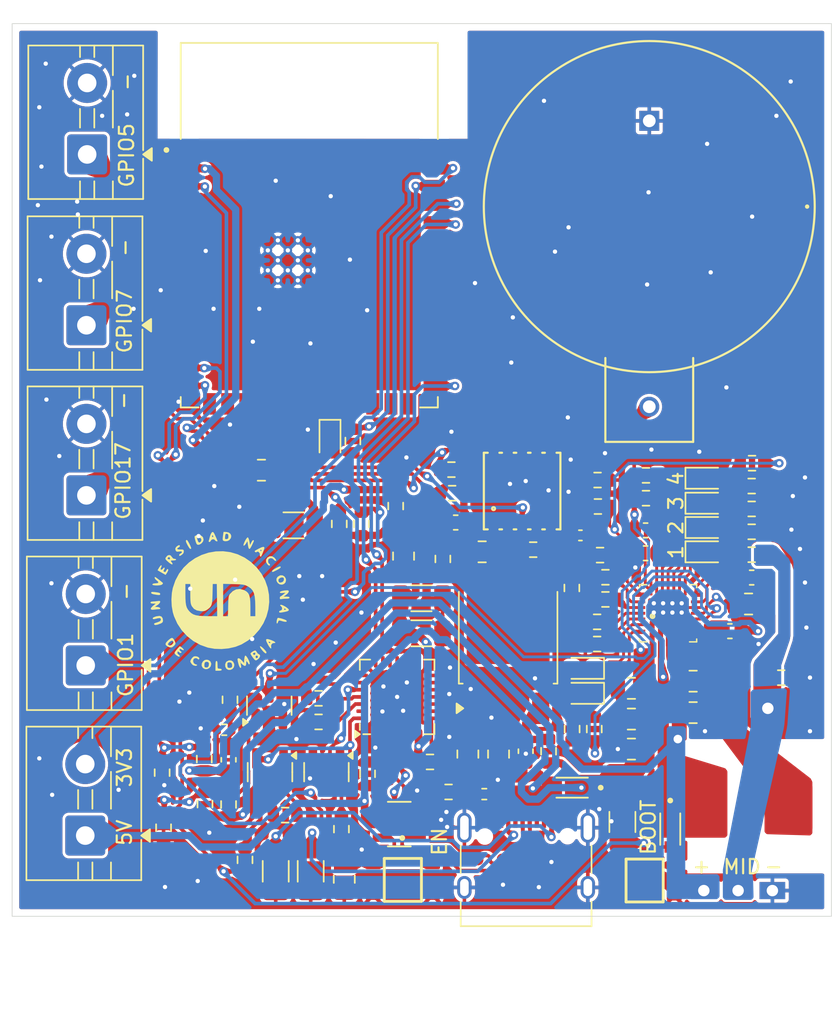
<source format=kicad_pcb>
(kicad_pcb (version 20241229) (generator "pcbnew") (generator_version "9.0")
  (layers (0 "F.Cu" signal) (2 "B.Cu" signal) (13 "F.Paste" user) (15 "B.Paste" user) (5 "F.SilkS" user "F.Silkscreen") (7 "B.SilkS" user "B.Silkscreen") (1 "F.Mask" user) (3 "B.Mask" user) (25 "Edge.Cuts" user))
  (net 0 "")
  (net 1 "Net-(U6-VBAT)")
  (net 2 "GNDREF")
  (net 3 "3V3_CP21")
  (net 4 "Net-(U4-VI)")
  (net 5 "/MCU/EN")
  (net 6 "/MCU/BOOT{slash}IO0")
  (net 7 "3V3_MCU")
  (net 8 "3V3")
  (net 9 "VBUS")
  (net 10 "Net-(D4-K)")
  (net 11 "/Battery_Manager/BTS")
  (net 12 "/Battery_Manager/VH")
  (net 13 "VIN")
  (net 14 "/Battery_Manager/VCC")
  (net 15 "/Battery_Manager/TMR")
  (net 16 "/Battery_Manager/VNTC")
  (net 17 "Net-(C21-Pad1)")
  (net 18 "VIN_USB")
  (net 19 "Net-(J5-Pad1)")
  (net 21 "/MCU/USB_DN")
  (net 22 "Net-(J2-CC2)")
  (net 23 "/MCU/USB_DP")
  (net 25 "Net-(J2-CC1)")
  (net 28 "/MCU/GPIO17")
  (net 29 "/Battery_Manager/MODE")
  (net 30 "/MCU/GPIO5")
  (net 31 "/MCU/GPIO7")
  (net 32 "/MCU/GPIO1")
  (net 33 "Net-(U5-SW)")
  (net 34 "/Battery_Manager/LED1")
  (net 35 "Net-(LED1-A)")
  (net 36 "/Battery_Manager/LED2")
  (net 37 "Net-(LED2-A)")
  (net 38 "Net-(LED3-A)")
  (net 39 "/Battery_Manager/LED3")
  (net 40 "Net-(LED4-A)")
  (net 41 "/Battery_Manager/LED4")
  (net 42 "/Battery_Manager/ACOK")
  (net 43 "Net-(LED5-A)")
  (net 44 "/Battery_Manager/CHG")
  (net 45 "Net-(LED6-A)")
  (net 46 "Net-(Q1-C)")
  (net 47 "/MCU/RTS")
  (net 48 "Net-(Q1-B)")
  (net 49 "Net-(Q2-B)")
  (net 50 "Net-(Q2-C)")
  (net 51 "/MCU/DRT")
  (net 52 "Net-(Q4-G)")
  (net 53 "Net-(U2-RXD)")
  (net 54 "/MCU/TXD0")
  (net 55 "Net-(U2-TXD)")
  (net 56 "/MCU/RXD0")
  (net 57 "Net-(U2-~{RST})")
  (net 58 "/MCU/GPIO2")
  (net 59 "Net-(U5-OLIM)")
  (net 60 "/Battery_Manager/VLIM")
  (net 61 "/Battery_Manager/NTC")
  (net 62 "/Battery_Manager/FB")
  (net 63 "/Battery_Manager/IB")
  (net 64 "/Battery_Manager/ISET")
  (net 65 "/Battery_Manager/ILIM")
  (net 66 "/Battery_Manager/IO10_RTC")
  (net 67 "/Battery_Manager/SCL_RTC")
  (net 68 "/Battery_Manager/SDA_RTC")
  (net 70 "Net-(R1-Pad2)")
  (net 74 "/Battery_Manager/MH")
  (net 91 "unconnected-(U1-IO11-Pad19)")
  (net 117 "Net-(D6-A)")
  (net 119 "/Battery_Manager/MID")
  (net 120 "/MCU/GPIO20")
  (net 121 "/MCU/GPIO19")
  (footprint "Microcontrollers:TEST-PIN" (layer "F.Cu") (at 223.26875 106.35)
    (property "Reference" "J1")
    (property "Value" "VH")
  )
  (footprint "Resistor_SMD:R_0603_1608Metric" (layer "F.Cu") (at 191.15 104.2 90)
    (property "Reference" "R7")
    (property "Value" "0 Omh")
  )
  (footprint "Resistor_SMD:R_0603_1608Metric" (layer "F.Cu") (at 205.6 76.9 180)
    (property "Reference" "R40")
    (property "Value" "10k")
  )
  (footprint "Resistor_SMD:R_0603_1608Metric" (layer "F.Cu") (at 198.7 74.9 90)
    (property "Reference" "R11")
    (property "Value" "1k")
  )
  (footprint "Resistor_SMD:R_0603_1608Metric" (layer "F.Cu") (at 185.35 98.1 -90)
    (property "Reference" "R47")
    (property "Value" "40.2")
  )
  (footprint "LED_SMD:LED_0603_1608Metric" (layer "F.Cu") (at 223.46875 82.65)
    (property "Reference" "LED1")
    (property "Value" "LTST-C191KGKT")
  )
  (footprint "Microcontrollers:DIODE_MSS1P4-M3_89A" (layer "F.Cu") (at 220.91875 102.05 -90)
    (property "Reference" "D4")
    (property "Value" "MSS1P4-M3_89A")
  )
  (footprint "Microcontrollers:SOT95P280X145-6N" (layer "F.Cu") (at 201.95 101.7 180)
    (property "Reference" "U3")
    (property "Value" "TPD4S009DBVR")
  )
  (footprint "Resistor_SMD:R_0603_1608Metric" (layer "F.Cu") (at 212.4 96.6 90)
    (property "Reference" "R13")
    (property "Value" "0 Omh")
  )
  (footprint "LED_SMD:LED_0603_1608Metric" (layer "F.Cu") (at 214.8 90.8 180)
    (property "Reference" "LED5")
    (property "Value" "LTST-C191KGKT")
  )
  (footprint "Microcontrollers:PTS810SJG250SMTR LFS" (layer "F.Cu") (at 202.2 105.6)
    (property "Reference" "SW1")
    (property "Value" "EN")
  )
  (footprint "Capacitor_SMD:C_0805_2012Metric" (layer "F.Cu") (at 222.51875 93.9)
    (property "Reference" "C13")
    (property "Value" "10uF")
  )
  (footprint "Image:UNAL_LOGO" (layer "F.Cu") (at 189.4 86.15)
    (property "Reference" "G***")
    (property "Value" "LOGO" (hide yes))
  )
  (footprint "Capacitor_SMD:C_0805_2012Metric" (layer "F.Cu") (at 226.4 86.3)
    (property "Reference" "C15")
    (property "Value" "1uF")
  )
  (footprint "Resistor_SMD:R_0603_1608Metric" (layer "F.Cu") (at 205 83.15 -90)
    (property "Reference" "R12")
    (property "Value" "0 Omh")
  )
  (footprint "Capacitor_SMD:C_1206_3216Metric" (layer "F.Cu") (at 194.55 80.8 180)
    (property "Reference" "C10")
    (property "Value" "0.1uF")
  )
  (footprint "Resistor_SMD:R_0603_1608Metric" (layer "F.Cu") (at 204.1 97.35)
    (property "Reference" "R8")
    (property "Value" "1k")
  )
  (footprint "TerminalBlock:TerminalBlock_MaiXu_MX126-5.0-02P_1x02_P5.00mm" (layer "F.Cu") (at 180.05 66.8 90)
    (property "Reference" "J7")
    (property "Value" "Screw_Terminal_01x02")
  )
  (footprint "Resistor_SMD:R_0603_1608Metric" (layer "F.Cu") (at 211.325 82.5)
    (property "Reference" "R38")
    (property "Value" "10k")
  )
  (footprint "Resistor_SMD:R_0603_1608Metric" (layer "F.Cu") (at 226.61875 78.05)
    (property "Reference" "R33")
    (property "Value" "1k")
  )
  (footprint "Microcontrollers:PTS810SJG250SMTR LFS" (layer "F.Cu") (at 219.125 105.645)
    (property "Reference" "SW2")
    (property "Value" "BOOT")
  )
  (footprint "Resistor_SMD:R_1206_3216Metric" (layer "F.Cu") (at 193.3 105 -90)
    (property "Reference" "R10")
    (property "Value" "5.1k")
  )
  (footprint "Microcontrollers:XCVR_ESP32-S2-SOLO-N4" (layer "F.Cu") (at 195.65 59.8)
    (property "Reference" "U1")
    (property "Value" "ESP32-S2-SOLO-N4")
  )
  (footprint "Capacitor_SMD:C_0805_2012Metric" (layer "F.Cu") (at 198.1 105.55 -90)
    (property "Reference" "C5")
    (property "Value" "1uF")
  )
  (footprint "Resistor_SMD:R_0603_1608Metric" (layer "F.Cu") (at 219.21875 78.9)
    (property "Reference" "R27")
    (property "Value" "1k")
  )
  (footprint "Resistor_SMD:R_0603_1608Metric" (layer "F.Cu") (at 226.61875 79.65)
    (property "Reference" "R34")
    (property "Value" "1k")
  )
  (footprint "Resistor_SMD:R_0603_1608Metric" (layer "F.Cu") (at 188.3 97.15 90)
    (property "Reference" "R46")
    (property "Value" "71.5k")
  )
  (footprint "Capacitor_SMD:C_0402_1005Metric" (layer "F.Cu") (at 214.63 81.5 180)
    (property "Reference" "C21")
    (property "Value" "33pF")
  )
  (footprint "Capacitor_SMD:C_0805_2012Metric" (layer "F.Cu") (at 206.75 96.8 90)
    (property "Reference" "C11")
    (property "Value" "1uF")
  )
  (footprint "LED_SMD:LED_0603_1608Metric" (layer "F.Cu") (at 223.46875 80.95)
    (property "Reference" "LED2")
    (property "Value" "LTST-C191KGKT")
  )
  (footprint "Capacitor_SMD:C_0805_2012Metric" (layer "F.Cu") (at 222.51875 91.7)
    (property "Reference" "C16")
    (property "Value" "1uF")
  )
  (footprint "Microcontrollers:TEST-PIN" (layer "F.Cu") (at 225.66875 106.35)
    (property "Reference" "J5")
    (property "Value" "MID")
  )
  (footprint "Resistor_SMD:R_0603_1608Metric" (layer "F.Cu") (at 190 100.325 -90)
    (property "Reference" "R41")
    (property "Value" "10k")
  )
  (footprint "Resistor_SMD:R_0603_1608Metric" (layer "F.Cu") (at 188.35 100.3 90)
    (property "Reference" "R44")
    (property "Value" "10k")
  )
  (footprint "Resistor_SMD:R_0603_1608Metric" (layer "F.Cu") (at 205.65 78.55 180)
    (property "Reference" "R39")
    (property "Value" "10k")
  )
  (footprint "Resistor_SMD:R_0603_1608Metric" (layer "F.Cu") (at 226.61875 82.85)
    (property "Reference" "R20")
    (property "Value" "100R")
  )
  (footprint "Capacitor_SMD:C_0805_2012Metric" (layer "F.Cu") (at 218.2 92.2 180)
    (property "Reference" "C19")
    (property "Value" "10uF")
  )
  (footprint "Capacitor_SMD:C_0603_1608Metric" (layer "F.Cu") (at 205.9 80.6)
    (property "Reference" "C22")
    (property "Value" "0.1uF")
  )
  (footprint "Resistor_SMD:R_0603_1608Metric" (layer "F.Cu") (at 216.38 85.98 180)
    (property "Reference" "R1")
    (property "Value" "2k")
  )
  (footprint "Resistor_SMD:R_0402_1005Metric" (layer "F.Cu") (at 189.7 95.1 180)
    (property "Reference" "R19")
    (property "Value" "22.1k")
  )
  (footprint "Resistor_SMD:R_0603_1608Metric" (layer "F.Cu") (at 185.45 101.95 -90)
    (property "Reference" "R48")
    (property "Value" "10k")
  )
  (footprint "Resistor_SMD:R_0603_1608Metric" (layer "F.Cu") (at 216.005 82.88)
    (property "Reference" "R28")
    (property "Value" "10k")
  )
  (footprint "Resistor_SMD:R_0603_1608Metric" (layer "F.Cu") (at 196.3 92.9)
    (property "Reference" "R2")
    (property "Value" "0Ω")
  )
  (footprint "Resistor_SMD:R_0603_1608Metric" (layer "F.Cu") (at 215.8 89.1)
    (property "Reference" "R31")
    (property "Value" "71.5k")
  )
  (footprint "Resistor_SMD:R_0603_1608Metric" (layer "F.Cu") (at 219.21875 77.3 180)
    (property "Reference" "R36")
    (property "Value" "1k")
  )
  (footprint "TerminalBlock:TerminalBlock_MaiXu_MX126-5.0-02P_1x02_P5.00mm" (layer "F.Cu") (at 180 90.6 90)
    (property "Reference" "J8")
    (property "Value" "Screw_Terminal_01x02")
  )
  (footprint "Resistor_SMD:R_0603_1608Metric" (layer "F.Cu") (at 214.05 95.05 -90)
    (property "Reference" "R25")
    (property "Value" "2k")
  )
  (footprint "Capacitor_SMD:C_1206_3216Metric" (layer "F.Cu") (at 217.56875 101.55 90)
    (property "Reference" "C7")
    (property "Value" "0.1uF")
  )
  (footprint "Microcontrollers:USBC_Receptacle_XKB_U262-16XN-4BVC11" (layer "F.Cu") (at 211.14875 105.13)
    (property "Reference" "J2")
    (property "Value" "USBC_XKB_U262-16XN-4BVC11")
  )
  (footprint "Microcontrollers:DIODE_MSS1P4-M3_89A" (layer "F.Cu") (at 214.05 99.15 180)
    (property "Reference" "D1")
    (property "Value" "MSS1P4-M3_89A")
  )
  (footprint "Resistor_SMD:R_0603_1608Metric" (layer "F.Cu") (at 193.96 101.07)
    (property "Reference" "R5")
    (property "Value" "10k")
  )
  (footprint "Resistor_SMD:R_0603_1608Metric" (layer "F.Cu") (at 214.03 85.18 90)
    (property "Reference" "R43")
    (property "Value" "1k")
  )
  (footprint "Package_TO_SOT_SMD:SOT-23" (layer "F.Cu") (at 196.85 98.0625 -90)
    (property "Reference" "Q1")
    (property "Value" "BC848")
  )
  (footprint "Resistor_SMD:R_0603_1608Metric" (layer "F.Cu") (at 216.38 84.43)
    (property "Reference" "R29")
    (property "Value" "40.2k")
  )
  (footprint "Resistor_SMD:R_1206_3216Metric" (layer "F.Cu") (at 195.75 105 -90)
    (property "Reference" "R9")
    (property "Value" "5.1k")
  )
  (footprint "Resistor_SMD:R_0603_1608Metric" (layer "F.Cu") (at 215.8 87.55)
    (property "Reference" "R30")
    (property "Value" "80.6k")
  )
  (footprint "Resistor_SMD:R_0603_1608Metric" (layer "F.Cu") (at 197.75 80.7 -90)
    (property "Reference" "R14")
    (property "Value" "10k")
  )
  (footprint "Capacitor_SMD:C_0805_2012Metric" (layer "F.Cu") (at 218.2 96.45 180)
    (property "Reference" "C14")
    (property "Value" "10uF")
  )
  (footprint "Microcontrollers:TEST-PIN" (layer "F.Cu") (at 227.75 93.6)
    (property "Reference" "J9")
    (property "Value" "MID")
  )
  (footprint "Capacitor_SMD:C_0805_2012Metric" (layer "F.Cu") (at 192.3 76.94 180)
    (property "Reference" "C8")
    (property "Value" "22uF")
  )
  (footprint "Package_TO_SOT_SMD:TO-252-2" (layer "F.Cu") (at 209.57 88.56 90)
    (property "Reference" "U4")
    (property "Value" "AMS1117CD-3.3")
  )
  (footprint "Microcontrollers:TEST-PIN" (layer "F.Cu") (at 228.06875 106.35)
    (property "Reference" "J3")
    (property "Value" "GND")
  )
  (footprint "Capacitor_SMD:C_0603_1608Metric" (layer "F.Cu") (at 210.8 96.6 -90)
    (property "Reference" "C3")
    (property "Value" "100nF")
  )
  (footprint "TerminalBlock:TerminalBlock_MaiXu_MX126-5.0-02P_1x02_P5.00mm" (layer "F.Cu") (at 180.05 78.7 90)
    (property "Reference" "J4")
    (property "Value" "Screw_Terminal_01x02")
  )
  (footprint "Resistor_SMD:R_0603_1608Metric" (layer "F.Cu") (at 215.6 95.05 -90)
    (property "Reference" "R26")
    (property "Value" "2k")
  )
  (footprint "Capacitor_SMD:C_0805_2012Metric" (layer "F.Cu") (at 218.2 94.35 180)
    (property "Reference" "C17")
    (property "Value" "10uF")
  )
  (footprint "Capacitor_SMD:C_0603_1608Metric" (layer "F.Cu") (at 219.19375 82.75 180)
    (property "Reference" "R23")
    (property "Value" "27.4k")
  )
  (footprint "TerminalBlock:TerminalBlock_MaiXu_MX126-5.0-02P_1x02_P5.00mm" (layer "F.Cu") (at 179.9675 102.5 90)
    (property "Reference" "J11")
    (property "Value" "Screw_Terminal_01x02")
  )
  (footprint "Package_TO_SOT_SMD:SOT-23" (layer "F.Cu") (at 192.85 93.4125 90)
    (property "Reference" "Q4")
    (property "Value" "PJA3404-AU_R1_000A1")
  )
  (footprint "Capacitor_SMD:C_0603_1608Metric" (layer "F.Cu") (at 225.09375 88.2 180)
    (property "Reference" "C12")
    (property "Value" "0.1uF")
  )
  (footprint "Resistor_SMD:R_0603_1608Metric" (layer "F.Cu") (at 205.4 99.45 180)
    (property "Reference" "R18")
    (property "Value" "47.5k")
  )
  (footprint "Resistor_SMD:R_0603_1608Metric" (layer "F.Cu") (at 215.855 79.48)
    (property "Reference" "R37")
    (property "Value" "10k")
  )
  (footprint "Capacitor_SMD:C_0603_1608Metric" (layer "F.Cu") (at 226.61875 84.45)
    (property "Reference" "C18")
    (property "Value" "0.1uF")
  )
  (footprint "Resistor_SMD:R_0603_1608Metric" (layer "F.Cu") (at 196.3 94.55)
    (property "Reference" "R3")
    (property "Value" "0Ω")
  )
  (footprint "LED_SMD:LED_0603_1608Metric" (layer "F.Cu") (at 214.8 92.55 180)
    (property "Reference" "LED6")
    (property "Value" "LTST-C191KGKT")
  )
  (footprint "Resistor_SMD:R_0603_1608Metric" (layer "F.Cu") (at 190.1 93 90)
    (property "Reference" "R42")
    (property "Value" "10k")
  )
  (footprint "Capacitor_SMD:C_0805_2012Metric" (layer "F.Cu") (at 208.9 96.8 -90)
    (property "Reference" "C6")
    (property "Value" "10uF")
  )
  (footprint "Microcontrollers:MP2639AGRZ" (layer "F.Cu") (at 220.76875 86.95 90)
    (property "Reference" "U5")
    (property "Value" "MP2639AGR-Z" (hide yes))
  )
  (footprint "Capacitor_SMD:C_0603_1608Metric" (layer "F.Cu") (at 190 97.2 90)
    (property "Reference" "R24")
    (property "Value" "27.4k")
  )
  (footprint "Microcontrollers:21-0140AK_L1055M-1_MXM" (layer "F.Cu") (at 210.55 78.4 90)
    (property "Reference" "U6")
    (property "Value" "MAX31328NELB+")
  )
  (footprint "Capacitor_SMD:C_0805_2012Metric" (layer "F.Cu") (at 207.75 82.65)
    (property "Reference" "C9")
    (property "Value" "10uF")
  )
  (footprint "Capacitor_SMD:C_1206_3216Metric" (layer "F.Cu") (at 203.5 88.35)
    (property "Reference" "C4")
    (property "Value" "0.1uF")
  )
  (footprint "Resistor_SMD:R_0603_1608Metric" (layer "F.Cu") (at 215.83 77.63 180)
    (property "Reference" "R45")
    (property "Value" "10k")
  )
  (footprint "Capacitor_SMD:C_0805_2012Metric" (layer "F.Cu") (at 202.25 82.95 90)
    (property "Reference" "C1")
    (property "Value" "10uF")
  )
  (footprint "LED_SMD:LED_0603_1608Metric" (layer "F.Cu") (at 223.46875 77.5)
    (property "Reference" "LED4")
    (property "Value" "LTST-C191KGKT")
  )
  (footprint "Package_DFN_QFN:QFN-28-1EP_5x5mm_P0.5mm_EP3.35x3.35mm" (layer "F.Cu") (at 201.8 92.8 90)
    (property "Reference" "U2")
    (property "Value" "CP2102N-A02-GQFN28")
  )
  (footprint "Resistor_SMD:R_0402_1005Metric" (layer "F.Cu") (at 207.9 99.6 180)
    (property "Reference" "R17")
    (property "Value" "22.1k")
  )
  (footprint "LED_SMD:LED_0603_1608Metric" (layer "F.Cu") (at 223.46875 79.25)
    (property "Reference" "LED3")
    (property "Value" "LTST-C191KGKT")
  )
  (footprint "Resistor_SMD:R_0603_1608Metric" (layer "F.Cu") (at 199.3 80.7 -90)
    (property "Reference" "R15")
    (property "Value" "10k")
  )
  (footprint "Diode_SMD:D_0603_1608Metric" (layer "F.Cu") (at 197.1 74.9 -90)
    (property "Reference" "D6")
    (property "Value" "LED_R")
  )
  (footprint "TerminalBlock:TerminalBlock_MaiXu_MX126-5.0-02P_1x02_P5.00mm" (layer "F.Cu") (at 180.1 54.85 90)
    (property "Reference" "J6")
    (property "Value" "Screw_Terminal_01x02")
  )
  (footprint "Resistor_SMD:R_0603_1608Metric" (layer "F.Cu") (at 226.64375 76.45)
    (property "Reference" "R32")
    (property "Value" "1k")
  )
  (footprint "Resistor_SMD:R_0603_1608Metric" (layer "F.Cu") (at 228.6875 91.457011 180)
    (property "Reference" "R22")
    (property "Value" "1k")
  )
  (footprint "Resistor_SMD:R_0603_1608Metric" (layer "F.Cu") (at 226.61875 81.25)
    (property "Reference" "R35")
    (property "Value" "1k")
  )
  (footprint "Capacitor_SMD:C_1206_3216Metric" (layer "F.Cu") (at 203.5 85.9)
    (property "Reference" "C2")
    (property "Value" "0.1uF")
  )
  (footprint "Resistor_SMD:R_0603_1608Metric" (layer "F.Cu") (at 197.9 102.05 90)
    (property "Reference" "R6")
    (property "Value" "0 Omh")
  )
  (footprint "Microcontrollers:0630CDMCCDS-2R2MC___Inductor" (layer "F.Cu") (at 226.675 100.55 180)
    (property "Reference" "L1")
    (property "Value" "2.2uH")
  )
  (footprint "Resistor_SMD:R_0603_1608Metric" (layer "F.Cu") (at 201.7 79.45 -90)
    (property "Reference" "R16")
    (property "Value" "0 Omh")
  )
  (footprint "Package_TO_SOT_SMD:SOT-23" (layer "F.Cu") (at 192.9 98.0625 -90)
    (property "Reference" "Q2")
    (property "Value" "BC848")
  )
  (footprint "Resistor_SMD:R_0603_1608Metric" (layer "F.Cu") (at 199.73 98.18 90)
    (property "Reference" "R4")
    (property "Value" "10k")
  )
  (footprint "Microcontrollers:TEST-PIN" (layer "F.Cu") (at 221.45 95.75 90)
    (property "Reference" "J10")
    (property "Value" "VH")
  )
  (footprint "Capacitor_SMD:C_0603_1608Metric" (layer "F.Cu") (at 219.19375 81.15)
    (property "Reference" "R21")
    (property "Value" "27.4k")
  )
  (footprint "Microcontrollers:BH-80B-1_ADM" (layer "F.Cu") (at 219.45 52.499999)
    (property "Reference" "B1")
    (property "Value" "BH-80B-1")
  )
  (gr_rect (start 174.8475 45.69875) (end 232.2 108.15125) (stroke (width 0.05)) (fill no) (layer "Edge.Cuts"))
  (gr_text "GPIO5   -" (at 183.45 57.25 90) (layer "F.SilkS") (effects (font (size 1 1)) (justify left bottom)))
  (gr_text "+     -" (at 222.39 105.23 0) (layer "F.SilkS") (effects (font (size 1 1)) (justify left bottom)))
  (gr_text "BOOT" (at 219.96875 103.95 90) (layer "F.SilkS") (effects (font (size 1 1)) (justify left bottom)))
  (gr_text "1 2 3 4\n" (at 221.9 83.25 90) (layer "F.SilkS") (effects (font (size 1 1)) (justify left bottom)))
  (gr_text "5V   3V3" (at 183.3 103.3 90) (layer "F.SilkS") (effects (font (size 1 1)) (justify left bottom)))
  (gr_text "GPIO17   -" (at 183.2 80.5 90) (layer "F.SilkS") (effects (font (size 1 1)) (justify left bottom)))
  (gr_text "EN\n" (at 205.35 104 90) (layer "F.SilkS") (effects (font (size 1 1)) (justify left bottom)))
  (gr_text "GPIO7   -" (at 183.3 68.85 90) (layer "F.SilkS") (effects (font (size 1 1)) (justify left bottom)))
  (gr_text "MID" (at 224.54 105.27 0) (layer "F.SilkS") (effects (font (size 1 1)) (justify left bottom)))
  (gr_text "GPIO1   -" (at 183.3825 92.9 90) (layer "F.SilkS") (effects (font (size 1 1)) (justify left bottom)))
  (segment (start 217.35 74.6) (end 219.45 72.5) (width 0.508) (layer "F.Cu") (net 1))
  (segment (start 210.55 76.3553) (end 210.55 75.6187) (width 0.508) (layer "F.Cu") (net 1))
  (segment (start 210.55 75.6187) (end 211.5687 74.6) (width 0.508) (layer "F.Cu") (net 1))
  (segment (start 211.5687 74.6) (end 217.35 74.6) (width 0.508) (layer "F.Cu") (net 1))
  (segment (start 208.85 97.8) (end 208.9 97.75) (width 0.2) (layer "F.Cu") (net 2))
  (segment (start 206.50875 101.95) (end 205.35 101.95) (width 0.254) (layer "F.Cu") (net 2))
  (segment (start 195.5625 74.1125) (end 195.55 74.1) (width 0.2) (layer "F.Cu") (net 2))
  (segment (start 227.39375 86.25625) (end 227.35 86.3) (width 0.2) (layer "F.Cu") (net 2))
  (segment (start 214.02875 101.385) (end 214.02875 100.62125) (width 0.2) (layer "F.Cu") (net 2))
  (segment (start 207.55 100.5) (end 205.6 100.5) (width 0.2) (layer "F.Cu") (net 2))
  (segment (start 207.62875 101.385) (end 207.62875 100.57875) (width 0.2) (layer "F.Cu") (net 2))
  (segment (start 214.3 100.35) (end 215.65 100.35) (width 0.2) (layer "F.Cu") (net 2))
  (segment (start 205.6 100.5) (end 205.25 100.85) (width 0.2) (layer "F.Cu") (net 2))
  (segment (start 204.58 101.7) (end 204.88 101.4) (width 0.2) (layer "F.Cu") (net 2))
  (segment (start 221.86875 87.25) (end 221.86875 87.05) (width 0.2) (layer "F.Cu") (net 2))
  (segment (start 214.02875 100.62125) (end 214.3 100.35) (width 0.2) (layer "F.Cu") (net 2))
  (segment (start 217.25 92.2) (end 217.25 94.35) (width 0.2) (layer "F.Cu") (net 2))
  (segment (start 208.85 98.6) (end 208.85 97.8) (width 0.2) (layer "F.Cu") (net 2))
  (segment (start 207.62875 100.57875) (end 207.55 100.5) (width 0.2) (layer "F.Cu") (net 2))
  (segment (start 221.86875 88.35) (end 221.86875 87.25) (width 0.2) (layer "F.Cu") (net 2))
  (segment (start 215.65 100.35) (end 215.95 100.65) (width 0.2) (layer "F.Cu") (net 2))
  (segment (start 227.39375 84.45) (end 227.39375 86.25625) (width 0.2) (layer "F.Cu") (net 2))
  (segment (start 217.25 96.45) (end 217.25 94.35) (width 0.2) (layer "F.Cu") (net 2))
  (segment (start 210.80913 96.775) (end 210.20913 97.375) (width 0.2) (layer "F.Cu") (net 2))
  (segment (start 203.205 101.7) (end 204.58 101.7) (width 0.2) (layer "F.Cu") (net 2))
  (segment (start 222.06875 86.55) (end 221.71875 86.9) (width 0.2) (layer "F.Cu") (net 2))
  (segment (start 197.1 74.1125) (end 195.5625 74.1125) (width 0.2) (layer "F.Cu") (net 2))
  (segment (start 218.41875 82.75) (end 218.41875 83.691862) (width 0.2) (layer "F.Cu") (net 2))
  (segment (start 221.86875 87.05) (end 221.71875 86.9) (width 0.2) (layer "F.Cu") (net 2))
  (segment (start 205.35 101.95) (end 205.3 101.9) (width 0.254) (layer "F.Cu") (net 2))
  (segment (start 210.20913 97.375) (end 209.275 97.375) (width 0.2) (layer "F.Cu") (net 2))
  (segment (start 218.41875 83.691862) (end 218.473222 83.746334) (width 0.2) (layer "F.Cu") (net 2))
  (segment (start 222.71875 86.55) (end 222.06875 86.55) (width 0.2) (layer "F.Cu") (net 2))
  (segment (start 209.275 97.375) (end 208.9 97.75) (width 0.2) (layer "F.Cu") (net 2))
  (via (at 197.5 89) (size 0.6) (drill 0.3) (layers "F.Cu" "B.Cu") (net 2))
  (via (at 182.9 52.05) (size 0.6) (drill 0.3) (layers "F.Cu" "B.Cu") (net 2))
  (via (at 183.4 49.35) (size 0.6) (drill 0.3) (layers "F.Cu" "B.Cu") (net 2))
  (via (at 213.8 78.45) (size 0.6) (drill 0.3) (layers "F.Cu" "B.Cu") (net 2))
  (via (at 189 78.05) (size 0.6) (drill 0.3) (layers "F.Cu" "B.Cu") (net 2))
  (via (at 179.45 59.05) (size 0.6) (drill 0.3) (layers "F.Cu" "B.Cu") (net 2))
  (via (at 221.71875 86.9) (size 0.6) (drill 0.3) (layers "F.Cu" "B.Cu") (net 2))
  (via (at 230.7 91.45) (size 0.6) (drill 0.3) (layers "F.Cu" "B.Cu") (net 2))
  (via (at 176.8 63.65) (size 0.6) (drill 0.3) (layers "F.Cu" "B.Cu") (net 2))
  (via (at 221.06875 86.25) (size 0.6) (drill 0.3) (layers "F.Cu" "B.Cu") (net 2))
  (via (at 222.95 75.65) (size 0.6) (drill 0.3) (layers "F.Cu" "B.Cu") (net 2))
  (via (at 204.88 101.4) (size 0.6) (drill 0.3) (layers "F.Cu" "B.Cu") (net 2))
  (via (at 188.05 95) (size 0.6) (drill 0.3) (layers "F.Cu" "B.Cu") (net 2))
  (via (at 211.45 91.5) (size 0.6) (drill 0.3) (layers "F.Cu" "B.Cu") (net 2))
  (via (at 187.32 85.23) (size 0.6) (drill 0.3) (layers "F.Cu" "B.Cu") (net 2))
  (via (at 176.75 97.1) (size 0.6) (drill 0.3) (layers "F.Cu" "B.Cu") (net 2))
  (via (at 205.25 100.85) (size 0.6) (drill 0.3) (layers "F.Cu" "B.Cu") (net 2))
  (via (at 179.4 58.15) (size 0.6) (drill 0.3) (layers "F.Cu" "B.Cu") (net 2))
  (via (at 205.3 101.9) (size 0.6) (drill 0.3) (layers "F.Cu" "B.Cu") (net 2))
  (via (at 186.56 93.13) (size 0.6) (drill 0.3) (layers "F.Cu" "B.Cu") (net 2))
  (via (at 199.32 103.48) (size 0.6) (drill 0.3) (layers "F.Cu" "B.Cu") (net 2))
  (via (at 213.75 73.25) (size 0.6) (drill 0.3) (layers "F.Cu" "B.Cu") (net 2))
  (via (at 197.15 57.77) (size 0.6) (drill 0.3) (layers "F.Cu" "B.Cu") (net 2))
  (via (at 226.65 59.2) (size 0.6) (drill 0.3) (layers "F.Cu" "B.Cu") (net 2))
  (via (at 192.15 65.65) (size 0.6) (drill 0.3) (layers "F.Cu" "B.Cu") (net 2))
  (via (at 177.2 48.5) (size 0.6) (drill 0.3) (layers "F.Cu" "B.Cu") (net 2))
  (via (at 200.2725 96.35) (size 0.6) (drill 0.3) (layers "F.Cu" "B.Cu") (net 2))
  (via (at 195.55 74.1) (size 0.6) (drill 0.3) (layers "F.Cu" "B.Cu") (net 2))
  (via (at 198.493504 62.210174) (size 0.6) (drill 0.3) (layers "F.Cu" "B.Cu") (net 2))
  (via (at 223.75 63.1) (size 0.6) (drill 0.3) (layers "F.Cu" "B.Cu") (net 2))
  (via (at 230.35 77.45) (size 0.6) (drill 0.3) (layers "F.Cu" "B.Cu") (net 2))
  (via (at 191.7 67.95) (size 0.6) (drill 0.3) (layers "F.Cu" "B.Cu") (net 2))
  (via (at 190.75 79.5) (size 0.6) (drill 0.3) (layers "F.Cu" "B.Cu") (net 2))
  (via (at 201.8 92.8) (size 0.6) (drill 0.3) (layers "F.Cu" "B.Cu") (net 2))
  (via (at 208.85 98.6) (size 0.6) (drill 0.3) (layers "F.Cu" "B.Cu") (net 2))
  (via (at 205.45 95.6) (size 0.6) (drill 0.3) (layers "F.Cu" "B.Cu") (net 2))
  (via (at 229.5 78.75) (size 0.6) (drill 0.3) (layers "F.Cu" "B.Cu") (net 2))
  (via (at 185.25 64.35) (size 0.6) (drill 0.3) (layers "F.Cu" "B.Cu") (net 2))
  (via (at 182.3 99.3) (size 0.6) (drill 0.3) (layers "F.Cu" "B.Cu") (net 2))
  (via (at 194.75 95.75) (size 0.6) (drill 0.3) (layers "F.Cu" "B.Cu") (net 2))
  (via (at 223.35 95.2) (size 0.6) (drill 0.3) (layers "F.Cu" "B.Cu") (net 2))
  (via (at 209.21 105.94) (size 0.6) (drill 0.3) (layers "F.Cu" "B.Cu") (net 2))
  (via (at 221.71875 86.25) (size 0.6) (drill 0.3) (layers "F.Cu" "B.Cu") (net 2))
  (via (at 230.7 95.2) (size 0.6) (drill 0.3) (layers "F.Cu" "B.Cu") (net 2))
  (via (at 195.7 98.5) (size 0.6) (drill 0.3) (layers "F.Cu" "B.Cu") (net 2))
  (via (at 211.72 106.11) (size 0.6) (drill 0.3) (layers "F.Cu" "B.Cu") (net 2))
  (via (at 177.25 72) (size 0.6) (drill 0.3) (layers "F.Cu" "B.Cu") (net 2))
  (via (at 218.473222 83.746334) (size 0.6) (drill 0.3) (layers "F.Cu" "B.Cu") (net 2))
  (via (at 230.45 87.95) (size 0.6) (drill 0.3) (layers "F.Cu" "B.Cu") (net 2))
  (via (at 209.79 69.41) (size 0.6) (drill 0.3) (layers "F.Cu" "B.Cu") (net 2))
  (via (at 185.55 106.1) (size 0.6) (drill 0.3) (layers "F.Cu" "B.Cu") (net 2))
  (via (at 230.35 84.8) (size 0.6) (drill 0.3) (layers "F.Cu" "B.Cu") (net 2))
  (via (at 191.65 88.75) (size 0.6) (drill 0.3) (layers "F.Cu" "B.Cu") (net 2))
  (via (at 206.95 92.25) (size 0.6) (drill 0.3) (layers "F.Cu" "B.Cu") (net 2))
  (via (at 177.65 99.65) (size 0.6) (drill 0.3) (layers "F.Cu" "B.Cu") (net 2))
  (via (at 187.84 105.68) (size 0.6) (drill 0.3) (layers "F.Cu" "B.Cu") (net 2))
  (via (at 229.4 81.1) (size 0.6) (drill 0.3) (layers "F.Cu" "B.Cu") (net 2))
  (via (at 200.84 92.07) (size 0.6) (drill 0.3) (layers "F.Cu" "B.Cu") (net 2))
  (via (at 193.3 56.69) (size 0.6) (drill 0.3) (layers "F.Cu" "B.Cu") (net 2))
  (via (at 227.1 89.1) (size 0.6) (drill 0.3) (layers "F.Cu" "B.Cu") (net 2))
  (via (at 230 82.45) (size 0.6) (drill 0.3) (layers "F.Cu" "B.Cu") (net 2))
  (via (at 212.4 78.35) (size 0.6) (drill 0.3) (layers "F.Cu" "B.Cu") (net 2))
  (via (at 176.65 58.4) (size 0.6) (drill 0.3) (layers "F.Cu" "B.Cu") (net 2))
  (via (at 194.95 84.35) (size 0.6) (drill 0.3) (layers "F.Cu" "B.Cu") (net 2))
  (via (at 212.08 51.1) (size 0.6) (drill 0.3) (layers "F.Cu" "B.Cu") (net 2))
  (via (at 177.6 84.85) (size 0.6) (drill 0.3) (layers "F.Cu" "B.Cu") (net 2))
  (via (at 187.25 92.5) (size 0.6) (drill 0.3) (layers "F.Cu" "B.Cu") (net 2))
  (via (at 188.4 61.6) (size 0.6) (drill 0.3) (layers "F.Cu" "B.Cu") (net 2))
  (via (at 185.5 98.975) (size 0.6) (drill 0.3) (layers "F.Cu" "B.Cu") (net 2))
  (via (at 209.7 77.9) (size 0.6) (drill 0.3) (layers "F.Cu" "B.Cu") (net 2))
  (via (at 190.46 84.6) (size 0.6) (drill 0.3) (layers "F.Cu" "B.Cu") (net 2))
  (via (at 186.5 72.15) (size 0.6) (drill 0.3) (layers "F.Cu" "B.Cu") (net 2))
  (via (at 228.35 52.15) (size 0.6) (drill 0.3) (layers "F.Cu" "B.Cu") (net 2))
  (via (at 212.6 104.35) (size 0.6) (drill 0.3) (layers "F.Cu" "B.Cu") (net 2))
  (via (at 183.35 65.65) (size 0.6) (drill 0.3) (layers "F.Cu" "B.Cu") (net 2))
  (via (at 205.6 74.25) (size 0.6) (drill 0.3) (layers "F.Cu" "B.Cu") (net 2))
  (via (at 219.76875 86.9) (size 0.6) (drill 0.3) (layers "F.Cu" "B.Cu") (net 2))
  (via (at 229.35 49.75) (size 0.6) (drill 0.3) (layers "F.Cu" "B.Cu") (net 2))
  (via (at 205.45 92.6) (size 0.6) (drill 0.3) (layers "F.Cu" "B.Cu") (net 2))
  (via (at 188.95 65.65) (size 0.6) (drill 0.3) (layers "F.Cu" "B.Cu") (net 2))
  (via (at 219.76875 86.25) (size 0.6) (drill 0.3) (layers "F.Cu" "B.Cu") (net 2))
  (via (at 215.95 100.65) (size 0.6) (drill 0.3) (layers "F.Cu" "B.Cu") (net 2))
  (via (at 202.45 76.05) (size 0.6) (drill 0.3) (layers "F.Cu" "B.Cu") (net 2))
  (via (at 195.2 86) (size 0.6) (drill 0.3) (layers "F.Cu" "B.Cu") (net 2))
  (via (at 200.77 93.82) (size 0.6) (drill 0.3) (layers "F.Cu" "B.Cu") (net 2))
  (via (at 210.8 77.7) (size 0.6) (drill 0.3) (layers "F.Cu" "B.Cu") (net 2))
  (via (at 216.8 101.5) (size 0.6) (drill 0.3) (layers "F.Cu" "B.Cu") (net 2))
  (via (at 219.4 57.5) (size 0.6) (drill 0.3) (layers "F.Cu" "B.Cu") (net 2))
  (via (at 220.41875 86.25) (size 0.6) (drill 0.3) (layers "F.Cu" "B.Cu") (net 2))
  (via (at 195.95 90.5) (size 0.6) (drill 0.3) (layers "F.Cu" "B.Cu") (net 2))
  (via (at 208.4 94.25) (size 0.6) (drill 0.3) (layers "F.Cu" "B.Cu") (net 2))
  (via (at 177.6 60.6) (size 0.6) (drill 0.3) (layers "F.Cu" "B.Cu") (net 2))
  (via (at 213.8 59.95) (size 0.6) (drill 0.3) (layers "F.Cu" "B.Cu") (net 2))
  (via (at 196.55 84.35) (size 0.6) (drill 0.3) (layers "F.Cu" "B.Cu") (net 2))
  (via (at 220.41875 86.9) (size 0.6) (drill 0.3) (layers "F.Cu" "B.Cu") (net 2))
  (via (at 216.35 75.75) (size 0.6) (drill 0.3) (layers "F.Cu" "B.Cu") (net 2))
  (via (at 223.5 54.11) (size 0.6) (drill 0.3) (layers "F.Cu" "B.Cu") (net 2))
  (via (at 190.1 73.75) (size 0.6) (drill 0.3) (layers "F.Cu" "B.Cu") (net 2))
  (via (at 202.22 93.77) (size 0.6) (drill 0.3) (layers "F.Cu" "B.Cu") (net 2))
  (via (at 217.25 96.45) (size 0.6) (drill 0.3) (layers "F.Cu" "B.Cu") (net 2))
  (via (at 176.9 55.7) (size 0.6) (drill 0.3) (layers "F.Cu" "B.Cu") (net 2))
  (via (at 195.73 68.07) (size 0.6) (drill 0.3) (layers "F.Cu" "B.Cu") (net 2))
  (via (at 199.3 86.9) (size 0.6) (drill 0.3) (layers "F.Cu" "B.Cu") (net 2))
  (via (at 193.9 93.3) (size 0.6) (drill 0.3) (layers "F.Cu" "B.Cu") (net 2))
  (via (at 202.48 91.79) (size 0.6) (drill 0.3) (layers "F.Cu" "B.Cu") (net 2))
  (via (at 209.9 66.25) (size 0.6) (drill 0.3) (layers "F.Cu" "B.Cu") (net 2))
  (via (at 219.6 75.5) (size 0.6) (drill 0.3) (layers "F.Cu" "B.Cu") (net 2))
  (via (at 181.15 52.15) (size 0.6) (drill 0.3) (layers "F.Cu" "B.Cu") (net 2))
  (via (at 207.25 63.85) (size 0.6) (drill 0.3) (layers "F.Cu" "B.Cu") (net 2))
  (via (at 205.5 90.75) (size 0.6) (drill 0.3) (layers "F.Cu" "B.Cu") (net 2))
  (via (at 219.3 63.95) (size 0.6) (drill 0.3) (layers "F.Cu" "B.Cu") (net 2))
  (via (at 203.2 99.35) (size 0.6) (drill 0.3) (layers "F.Cu" "B.Cu") (net 2))
  (via (at 213.95 76.2) (size 0.6) (drill 0.3) (layers "F.Cu" "B.Cu") (net 2))
  (via (at 176.75 51.55) (size 0.6) (drill 0.3) (layers "F.Cu" "B.Cu") (net 2))
  (via (at 187.9 81.55) (size 0.6) (drill 0.3) (layers "F.Cu" "B.Cu") (net 2))
  (via (at 178.15 75.95) (size 0.6) (drill 0.3) (layers "F.Cu" "B.Cu") (net 2))
  (via (at 188.65 102.3) (size 0.6) (drill 0.3) (layers "F.Cu" "B.Cu") (net 2))
  (via (at 210.80913 96.775) (size 0.6) (drill 0.3) (layers "F.Cu" "B.Cu") (net 2))
  (via (at 199.7 65.75) (size 0.6) (drill 0.3) (layers "F.Cu" "B.Cu") (net 2))
  (via (at 224.85 71.15) (size 0.6) (drill 0.3) (layers "F.Cu" "B.Cu") (net 2))
  (via (at 221.06875 86.9) (size 0.6) (drill 0.3) (layers "F.Cu" "B.Cu") (net 2))
  (via (at 212.85 61.65) (size 0.6) (drill 0.3) (layers "F.Cu" "B.Cu") (net 2))
  (via (at 188.2 80.46) (size 0.6) (drill 0.3) (layers "F.Cu" "B.Cu") (net 2))
  (segment (start 202.8 95.25) (end 203.3 95.25) (width 0.254) (layer "F.Cu") (net 3))
  (segment (start 203.1 85.65) (end 202.85 85.9) (width 0.54) (layer "F.Cu") (net 3))
  (segment (start 202.325 83.975) (end 202.25 83.9) (width 0.54) (layer "F.Cu") (net 3))
  (segment (start 203.3 95.25) (end 203.3 96.25) (width 0.54) (layer "F.Cu") (net 3))
  (segment (start 202.85 85.9) (end 202.025 85.9) (width 0.54) (layer "F.Cu") (net 3))
  (segment (start 203.8 88.95) (end 203.2 88.35) (width 0.54) (layer "F.Cu") (net 3))
  (segment (start 203.275 97.35) (end 203.275 96.275) (width 0.54) (layer "F.Cu") (net 3))
  (segment (start 203.275 96.275) (end 203.3 96.25) (width 0.54) (layer "F.Cu") (net 3))
  (segment (start 203.1 84.35) (end 203.1 85.65) (width 0.54) (layer "F.Cu") (net 3))
  (segment (start 202.025 85.9) (end 202.025 88.35) (width 0.54) (layer "F.Cu") (net 3))
  (segment (start 203.2 88.35) (end 202.025 88.35) (width 0.54) (layer "F.Cu") (net 3))
  (segment (start 205 83.975) (end 202.325 83.975) (width 0.54) (layer "F.Cu") (net 3))
  (via (at 203.8 88.95) (size 0.6) (drill 0.3) (layers "F.Cu" "B.Cu") (net 3))
  (via (at 203.3 96.25) (size 0.6) (drill 0.3) (layers "F.Cu" "B.Cu") (net 3))
  (segment (start 203.95 95.6) (end 203.3 96.25) (width 0.54) (layer "B.Cu") (net 3))
  (segment (start 203.95 89.1) (end 203.95 95.6) (width 0.54) (layer "B.Cu") (net 3))
  (segment (start 203.8 88.95) (end 203.95 89.1) (width 0.54) (layer "B.Cu") (net 3))
  (segment (start 210.8 94.65) (end 211.85 93.6) (width 0.508) (layer "F.Cu") (net 4))
  (segment (start 212.5 95.775) (end 208.975 95.775) (width 0.508) (layer "F.Cu") (net 4))
  (segment (start 208.975 95.775) (end 208.9 95.85) (width 0.508) (layer "F.Cu") (net 4))
  (segment (start 210.8 95.825) (end 210.8 94.65) (width 0.508) (layer "F.Cu") (net 4))
  (segment (start 196.478 102.428) (end 196.975 102.925) (width 0.254) (layer "F.Cu") (net 5))
  (segment (start 196.478 102.039873) (end 196.478 102.428) (width 0.254) (layer "F.Cu") (net 5))
  (segment (start 196.086 100.336) (end 196.498815 100.748815) (width 0.254) (layer "F.Cu") (net 5))
  (segment (start 192.911072 75.068) (end 188.554072 75.068) (width 0.254) (layer "F.Cu") (net 5))
  (segment (start 188.326 57.08) (end 188.339841 57.093841) (width 0.254) (layer "F.Cu") (net 5))
  (segment (start 187.201356 73.971356) (end 187.078644 73.971356) (width 0.254) (layer "F.Cu") (net 5))
  (segment (start 197.75 79.275) (end 197.75 79.875) (width 0.254) (layer "F.Cu") (net 5))
  (segment (start 193.746342 75.887) (end 193.730072 75.887) (width 0.254) (layer "F.Cu") (net 5))
  (segment (start 195.75 99.5) (end 196.086 99.836) (width 0.254) (layer "F.Cu") (net 5))
  (segment (start 196.713761 78.155) (end 195.518073 78.155) (width 0.254) (layer "F.Cu") (net 5))
  (segment (start 193.730072 75.887) (end 192.911072 75.068) (width 0.254) (layer "F.Cu") (net 5))
  (segment (start 197.469695 78.830305) (end 197.389066 78.830305) (width 0.254) (layer "F.Cu") (net 5))
  (segment (start 187.439 74.209) (end 187.201356 73.971356) (width 0.254) (layer "F.Cu") (net 5))
  (segment (start 194.078 76.234928) (end 194.078 76.218658) (width 0.254) (layer "F.Cu") (net 5))
  (segment (start 197.389066 78.830305) (end 196.713761 78.155) (width 0.254) (layer "F.Cu") (net 5))
  (segment (start 197.8 79.16061) (end 197.8 79.225) (width 0.254) (layer "F.Cu") (net 5))
  (segment (start 188.128 74.576873) (end 187.760127 74.209) (width 0.254) (layer "F.Cu") (net 5))
  (segment (start 186.9 57.08) (end 188.326 57.08) (width 0.254) (layer "F.Cu") (net 5))
  (segment (start 197.9 102.925) (end 197.9 104.4) (width 0.254) (layer "F.Cu") (net 5))
  (segment (start 198.175 104.525) (end 198.1 104.6) (width 0.254) (layer "F.Cu") (net 5))
  (segment (start 204.275 104.525) (end 200.125 104.525) (width 0.254) (layer "F.Cu") (net 5))
  (segment (start 197.469695 78.830305) (end 197.8 79.16061) (width 0.254) (layer "F.Cu") (net 5))
  (segment (start 194.078 76.218658) (end 193.746342 75.887) (width 0.254) (layer "F.Cu") (net 5))
  (segment (start 194.436426 77.073353) (end 194.436426 76.593354) (width 0.254) (layer "F.Cu") (net 5))
  (segment (start 188.128 74.641927) (end 188.128 74.576873) (width 0.254) (layer "F.Cu") (net 5))
  (segment (start 196.086 99.836) (end 196.086 100.336) (width 0.254) (layer "F.Cu") (net 5))
  (segment (start 200.125 104.525) (end 198.175 104.525) (width 0.254) (layer "F.Cu") (net 5))
  (segment (start 196.498815 101.180013) (end 196.5 101.181198) (width 0.254) (layer "F.Cu") (net 5))
  (segment (start 196.5 101.181198) (end 196.5 102.017873) (width 0.254) (layer "F.Cu") (net 5))
  (segment (start 196.5 102.017873) (end 196.478 102.039873) (width 0.254) (layer "F.Cu") (net 5))
  (segment (start 196.498815 100.748815) (end 196.498815 101.180013) (width 0.254) (layer "F.Cu") (net 5))
  (segment (start 194.436426 76.593354) (end 194.078 76.234928) (width 0.254) (layer "F.Cu") (net 5))
  (segment (start 203.957 104.407) (end 203.95 104.4) (width 0.254) (layer "F.Cu") (net 5))
  (segment (start 188.554072 75.068) (end 188.128 74.641927) (width 0.254) (layer "F.Cu") (net 5))
  (segment (start 197.8 79.225) (end 197.75 79.275) (width 0.254) (layer "F.Cu") (net 5))
  (segment (start 196.975 102.925) (end 197.9 102.925) (width 0.254) (layer "F.Cu") (net 5))
  (segment (start 197.9 104.4) (end 198.1 104.6) (width 0.254) (layer "F.Cu") (net 5))
  (segment (start 195.518073 78.155) (end 194.436426 77.073353) (width 0.254) (layer "F.Cu") (net 5))
  (segment (start 187.760127 74.209) (end 187.439 74.209) (width 0.254) (layer "F.Cu") (net 5))
  (via (at 195.75 99.5) (size 0.6) (drill 0.3) (layers "F.Cu" "B.Cu") (net 5))
  (via (at 197.469695 78.830305) (size 0.6) (drill 0.3) (layers "F.Cu" "B.Cu") (net 5))
  (via (at 188.339841 57.093841) (size 0.6) (drill 0.3) (layers "F.Cu" "B.Cu") (net 5))
  (via (at 187.078644 73.971356) (size 0.6) (drill 0.3) (layers "F.Cu" "B.Cu") (net 5))
  (segment (start 193.822716 90.722) (end 198.528294 86.016421) (width 0.254) (layer "B.Cu") (net 5))
  (segment (start 189.05 95.400001) (end 192.35 92.100001) (width 0.254) (layer "B.Cu") (net 5))
  (segment (start 195.75 99.5) (end 194.703856 99.5) (width 0.254) (layer "B.Cu") (net 5))
  (segment (start 187.510127 97.322) (end 187.556127 97.368) (width 0.254) (layer "B.Cu") (net 5))
  (segment (start 193.160127 90.522) (end 193.360127 90.722) (width 0.254) (layer "B.Cu") (net 5))
  (segment (start 192.272 90.889873) (end 192.639873 90.522) (width 0.254) (layer "B.Cu") (net 5))
  (segment (start 198.222 85.710127) (end 198.222 85.189873) (width 0.254) (layer "B.Cu") (net 5))
  (segment (start 198.528294 86.016421) (end 198.222 85.710127) (width 0.254) (layer "B.Cu") (net 5))
  (segment (start 192.35 92.100001) (end 192.35 91.488127) (width 0.254) (layer "B.Cu") (net 5))
  (segment (start 186.622 97.689873) (end 186.989873 97.322) (width 0.254) (layer "B.Cu") (net 5))
  (segment (start 192.309196 101.65) (end 190.288127 101.65) (width 0.254) (layer "B.Cu") (net 5))
  (segment (start 192.990856 101.213) (end 192.746196 101.213) (width 0.254) (layer "B.Cu") (net 5))
  (segment (start 187.542572 73.971356) (end 189.85 71.663928) (width 0.254) (layer "B.Cu") (net 5))
  (segment (start 189.05 97.368) (end 189.05 95.400001) (width 0.254) (layer "B.Cu") (net 5))
  (segment (start 198.222 85.189873) (end 198.589873 84.822) (width 0.254) (layer "B.Cu") (net 5))
  (segment (start 189.85 58.95) (end 188.2 57.3) (width 0.254) (layer "B.Cu") (net 5))
  (segment (start 192.639873 90.522) (end 193.160127 90.522) (width 0.254) (layer "B.Cu") (net 5))
  (segment (start 198.995 84.661532) (end 198.995 80.35561) (width 0.254) (layer "B.Cu") (net 5))
  (segment (start 189.85 71.663928) (end 189.85 58.95) (width 0.254) (layer "B.Cu") (net 5))
  (segment (start 190.288127 101.65) (end 190.260127 101.622) (width 0.254) (layer "B.Cu") (net 5))
  (segment (start 193.360127 90.722) (end 193.822716 90.722) (width 0.254) (layer "B.Cu") (net 5))
  (segment (start 194.703856 99.5) (end 192.990856 101.213) (width 0.254) (layer "B.Cu") (net 5))
  (segment (start 186.622 98.272) (end 186.622 97.689873) (width 0.254) (layer "B.Cu") (net 5))
  (segment (start 198.995 80.35561) (end 197.469695 78.830305) (width 0.254) (layer "B.Cu") (net 5))
  (segment (start 187.556127 97.368) (end 189.05 97.368) (width 0.254) (layer "B.Cu") (net 5))
  (segment (start 192.272 91.410127) (end 192.272 90.889873) (width 0.254) (layer "B.Cu") (net 5))
  (segment (start 186.989873 97.322) (end 187.510127 97.322) (width 0.254) (layer "B.Cu") (net 5))
  (segment (start 192.35 91.488127) (end 192.272 91.410127) (width 0.254) (layer "B.Cu") (net 5))
  (segment (start 190.260127 101.622) (end 189.972 101.622) (width 0.254) (layer "B.Cu") (net 5))
  (segment (start 198.589873 84.822) (end 198.834532 84.822) (width 0.254) (layer "B.Cu") (net 5))
  (segment (start 187.078644 73.971356) (end 187.542572 73.971356) (width 0.254) (layer "B.Cu") (net 5))
  (segment (start 198.834532 84.822) (end 198.995 84.661532) (width 0.254) (layer "B.Cu") (net 5))
  (segment (start 189.972 101.622) (end 186.622 98.272) (width 0.254) (layer "B.Cu") (net 5))
  (segment (start 192.746196 101.213) (end 192.309196 101.65) (width 0.254) (layer "B.Cu") (net 5))
  (segment (start 186.621 100.332754) (end 186.621 99.888711) (width 0.254) (layer "F.Cu") (net 6))
  (segment (start 186.253 100.700754) (end 186.621 100.332754) (width 0.254) (layer "F.Cu") (net 6))
  (segment (start 200.61 79.893684) (end 200.48 79.893684) (width 0.254) (layer "F.Cu") (net 6))
  (segment (start 186.75 99.759711) (end 186.75 98.338127) (width 0.254) (layer "F.Cu") (net 6))
  (segment (start 186.75 98.338127) (end 186.622 98.210127) (width 0.254) (layer "F.Cu") (net 6))
  (segment (start 221.19375 104.575) (end 219.05 104.575) (width 0.254) (layer "F.Cu") (net 6))
  (segment (start 186.622 95.478) (end 189.15 92.95) (width 0.254) (layer "F.Cu") (net 6))
  (segment (start 189.675 105.025) (end 189.65 105) (width 0.254) (layer "F.Cu") (net 6))
  (segment (start 219.05 104.575) (end 217.04375 104.575) (width 0.254) (layer "F.Cu") (net 6))
  (segment (start 191.961873 91.2) (end 197.711873 85.45) (width 0.254) (layer "F.Cu") (net 6))
  (segment (start 186.622 96.560127) (end 186.622 95.478) (width 0.254) (layer "F.Cu") (net 6))
  (segment (start 189.15 92.95) (end 189.15 91.897754) (width 0.254) (layer "F.Cu") (net 6))
  (segment (start 200.211316 79.625) (end 199.4 79.625) (width 0.254) (layer "F.Cu") (net 6))
  (segment (start 186.226123 101.576123) (end 186.253 101.549246) (width 0.254) (layer "F.Cu") (net 6))
  (segment (start 189.600754 91.447) (end 191.703 91.447) (width 0.254) (layer "F.Cu") (net 6))
  (segment (start 204.4 71.05) (end 205.85 71.05) (width 0.254) (layer "F.Cu") (net 6))
  (segment (start 186.75 96.688127) (end 186.622 96.560127) (width 0.254) (layer "F.Cu") (net 6))
  (segment (start 186.253 101.549246) (end 186.253 100.700754) (width 0.254) (layer "F.Cu") (net 6))
  (segment (start 197.711873 85.45) (end 198.85 85.45) (width 0.254) (layer "F.Cu") (net 6))
  (segment (start 186.622 98.210127) (end 186.622 97.689873) (width 0.254) (layer "F.Cu") (net 6))
  (segment (start 189.65 105) (end 186.226123 101.576123) (width 0.254) (layer "F.Cu") (net 6))
  (segment (start 219.06875 104.55625) (end 219.05 104.575) (width 0.254) (layer "F.Cu") (net 6))
  (segment (start 186.75 97.561873) (end 186.75 96.688127) (width 0.254) (layer "F.Cu") (net 6))
  (segment (start 219.06875 103.025) (end 219.06875 104.55625) (width 0.254) (layer "F.Cu") (net 6))
  (segment (start 191.95 91.2) (end 191.961873 91.2) (width 0.254) (layer "F.Cu") (net 6))
  (segment (start 189.15 91.897754) (end 189.600754 91.447) (width 0.254) (layer "F.Cu") (net 6))
  (segment (start 191.15 105.025) (end 189.675 105.025) (width 0.254) (layer "F.Cu") (net 6))
  (segment (start 186.622 97.689873) (end 186.75 97.561873) (width 0.254) (layer "F.Cu") (net 6))
  (segment (start 186.621 99.888711) (end 186.75 99.759711) (width 0.254) (layer "F.Cu") (net 6))
  (segment (start 200.48 79.893684) (end 200.211316 79.625) (width 0.254) (layer "F.Cu") (net 6))
  (segment (start 191.703 91.447) (end 191.95 91.2) (width 0.254) (layer "F.Cu") (net 6))
  (segment (start 219.06875 103.025) (end 217.56875 103.025) (width 0.254) (layer "F.Cu") (net 6))
  (via (at 205.85 71.05) (size 0.6) (drill 0.3) (layers "F.Cu" "B.Cu") (net 6))
  (via (at 189.65 105) (size 0.6) (drill 0.3) (layers "F.Cu" "B.Cu") (net 6))
  (via (at 198.85 85.45) (size 0.6) (drill 0.3) (layers "F.Cu" "B.Cu") (net 6))
  (via (at 200.61 79.893684) (size 0.6) (drill 0.3) (layers "F.Cu" "B.Cu") (net 6))
  (via (at 219.06875 103.025) (size 0.6) (drill 0.3) (layers "F.Cu" "B.Cu") (net 6))
  (segment (start 199.882127 83.828) (end 200.247187 83.46294) (width 0.254) (layer "B.Cu") (net 6))
  (segment (start 198.85 85.45) (end 199.45 84.849999) (width 0.254) (layer "B.Cu") (net 6))
  (segment (start 203.6 71.05) (end 205.85 71.05) (width 0.254) (layer "B.Cu") (net 6))
  (segment (start 203.01 73.529598) (end 203.01 71.64) (width 0.254) (layer "B.Cu") (net 6))
  (segment (start 200.05 76.489599) (end 203.01 73.529598) (width 0.254) (layer "B.Cu") (net 6))
  (segment (start 199.722 83.828) (end 199.882127 83.828) (width 0.254) (layer "B.Cu") (net 6))
  (segment (start 199.45 84.1) (end 199.722 83.828) (width 0.254) (layer "B.Cu") (net 6))
  (segment (start 200.247187 83.46294) (end 200.625187 83.46294) (width 0.254) (layer "B.Cu") (net 6))
  (segment (start 189.65 105.05) (end 189.65 105) (width 0.254) (layer "B.Cu") (net 6))
  (segment (start 200.438 82.20694) (end 200.438 80.065684) (width 0.254) (layer "B.Cu") (net 6))
  (segment (start 200.625187 82.20694) (end 200.438 82.20694) (width 0.254) (layer "B.Cu") (net 6))
  (segment (start 203.01 71.64) (end 203.6 71.05) (width 0.254) (layer "B.Cu") (net 6))
  (segment (start 200.438 80.065684) (end 200.61 79.893684) (width 0.254) (layer "B.Cu") (net 6))
  (segment (start 200.625187 83.46294) (end 200.99306 83.095067) (width 0.254) (layer "B.Cu") (net 6))
  (segment (start 200.443684 79.893684) (end 200.438 79.888) (width 0.254) (layer "B.Cu") (net 6))
  (segment (start 212.549781 107.258) (end 191.858 107.258) (width 0.254) (layer "B.Cu") (net 6))
  (segment (start 216.782781 103.025) (end 212.549781 107.258) (width 0.254) (layer "B.Cu") (net 6))
  (segment (start 200.61 79.893684) (end 200.443684 79.893684) (width 0.254) (layer "B.Cu") (net 6))
  (segment (start 219.06875 103.025) (end 216.782781 103.025) (width 0.254) (layer "B.Cu") (net 6))
  (segment (start 200.438 79.888) (end 200.438 77.688) (width 0.254) (layer "B.Cu") (net 6))
  (segment (start 200.05 77.3) (end 200.05 76.489599) (width 0.254) (layer "B.Cu") (net 6))
  (segment (start 200.99306 82.574813) (end 200.625187 82.20694) (width 0.254) (layer "B.Cu") (net 6))
  (segment (start 191.858 107.258) (end 189.65 105.05) (width 0.254) (layer "B.Cu") (net 6))
  (segment (start 199.45 84.849999) (end 199.45 84.1) (width 0.254) (layer "B.Cu") (net 6))
  (segment (start 200.438 77.688) (end 200.05 77.3) (width 0.254) (layer "B.Cu") (net 6))
  (segment (start 200.99306 83.095067) (end 200.99306 82.574813) (width 0.254) (layer "B.Cu") (net 6))
  (segment (start 186.9 55.81) (end 188.31 55.81) (width 0.508) (layer "F.Cu") (net 7))
  (segment (start 201.7 80.35) (end 200.55 81.5) (width 0.508) (layer "F.Cu") (net 7))
  (segment (start 196.025 81.5) (end 196.025 80.15) (width 0.508) (layer "F.Cu") (net 7))
  (segment (start 196.025 79.625) (end 196.025 80.8) (width 0.508) (layer "F.Cu") (net 7))
  (segment (start 193.18 76.78) (end 196.025 79.625) (width 0.508) (layer "F.Cu") (net 7))
  (segment (start 188.313 75.65) (end 192.67 75.65) (width 0.508) (layer "F.Cu") (net 7))
  (segment (start 188.31 55.81) (end 188.35 55.85) (width 0.508) (layer "F.Cu") (net 7))
  (segment (start 187.5 74.837) (end 188.313 75.65) (width 0.508) (layer "F.Cu") (net 7))
  (segment (start 192.67 75.65) (end 193.18 76.16) (width 0.508) (layer "F.Cu") (net 7))
  (segment (start 200.55 81.5) (end 196.025 81.5) (width 0.508) (layer "F.Cu") (net 7))
  (segment (start 196.025 80.8) (end 196.025 80.45) (width 0.508) (layer "F.Cu") (net 7))
  (segment (start 193.18 76.16) (end 193.18 76.78) (width 0.508) (layer "F.Cu") (net 7))
  (via (at 188.35 55.85) (size 0.6) (drill 0.3) (layers "F.Cu" "B.Cu") (net 7))
  (via (at 187.5 74.837) (size 0.6) (drill 0.3) (layers "F.Cu" "B.Cu") (net 7))
  (segment (start 189.15 56.35) (end 188.65 55.85) (width 0.508) (layer "B.Cu") (net 7))
  (segment (start 187.5 74.837) (end 190.5 71.837) (width 0.508) (layer "B.Cu") (net 7))
  (segment (start 188.65 55.85) (end 188.35 55.85) (width 0.508) (layer "B.Cu") (net 7))
  (segment (start 189.15 57.35) (end 189.15 56.35) (width 0.508) (layer "B.Cu") (net 7))
  (segment (start 190.5 71.837) (end 190.5 58.7) (width 0.508) (layer "B.Cu") (net 7))
  (segment (start 190.5 58.7) (end 189.15 57.35) (width 0.508) (layer "B.Cu") (net 7))
  (segment (start 206.8 83.35) (end 206.8 82.65) (width 0.508) (layer "F.Cu") (net 8))
  (segment (start 206.8 80.725) (end 206.675 80.6) (width 0.508) (layer "F.Cu") (net 8))
  (segment (start 203.9 79.1) (end 204.4 79.6) (width 0.508) (layer "F.Cu") (net 8))
  (segment (start 202.795556 79.1) (end 203.9 79.1) (width 0.508) (layer "F.Cu") (net 8))
  (segment (start 204.4 79.6) (end 206.475 79.6) (width 0.508) (layer "F.Cu") (net 8))
  (segment (start 209.57 87.3) (end 207.45 85.18) (width 0.508) (layer "F.Cu") (net 8))
  (segment (start 202.320556 78.625) (end 201.7 78.625) (width 0.508) (layer "F.Cu") (net 8))
  (segment (start 210.5 82.5) (end 209.4 81.4) (width 0.508) (layer "F.Cu") (net 8))
  (segment (start 206.475 76.95) (end 206.425 76.9) (width 0.508) (layer "F.Cu") (net 8))
  (segment (start 206.475 79.6) (end 206.475 76.95) (width 0.508) (layer "F.Cu") (net 8))
  (segment (start 209.4 81.4) (end 209.35 81.4) (width 0.254) (layer "F.Cu") (net 8))
  (segment (start 209.549999 81.200001) (end 209.549999 80.4447) (width 0.508) (layer "F.Cu") (net 8))
  (segment (start 206.25 82.65) (end 206.2 82.7) (width 0.508) (layer "F.Cu") (net 8))
  (segment (start 207.475 81.4) (end 209.35 81.4) (width 0.508) (layer "F.Cu") (net 8))
  (segment (start 207.45 85.18) (end 207.45 84) (width 0.508) (layer "F.Cu") (net 8))
  (segment (start 205.825 82.325) (end 205 82.325) (width 0.508) (layer "F.Cu") (net 8))
  (segment (start 206.2 82.7) (end 205.825 82.325) (width 0.508) (layer "F.Cu") (net 8))
  (segment (start 201.375518 78.300518) (end 201.7 78.625) (width 0.508) (layer "F.Cu") (net 8))
  (segment (start 206.8 82.65) (end 206.25 82.65) (width 0.508) (layer "F.Cu") (net 8))
  (segment (start 202.320556 78.625) (end 202.795556 79.1) (width 0.508) (layer "F.Cu") (net 8))
  (segment (start 209.35 81.4) (end 209.549999 81.200001) (width 0.508) (layer "F.Cu") (net 8))
  (segment (start 207.45 84) (end 206.8 83.35) (width 0.508) (layer "F.Cu") (net 8))
  (segment (start 206.675 80.6) (end 206.475 80.4) (width 0.508) (layer "F.Cu") (net 8))
  (segment (start 206.675 80.6) (end 207.475 81.4) (width 0.508) (layer "F.Cu") (net 8))
  (segment (start 206.475 80.4) (end 206.475 79.6) (width 0.508) (layer "F.Cu") (net 8))
  (segment (start 198.069135 78.300518) (end 201.375518 78.300518) (width 0.508) (layer "F.Cu") (net 8))
  (segment (start 198.095617 78.327) (end 198.069135 78.300518) (width 0.508) (layer "F.Cu") (net 8))
  (segment (start 206.8 82.65) (end 206.8 80.725) (width 0.508) (layer "F.Cu") (net 8))
  (via (at 198.069135 78.300518) (size 0.6) (drill 0.3) (layers "F.Cu" "B.Cu") (net 8))
  (segment (start 191.67 85.101199) (end 190.961199 85.81) (width 0.508) (layer "B.Cu") (net 8))
  (segment (start 184.568 91.182) (end 179.9675 95.7825) (width 0.508) (layer "B.Cu") (net 8))
  (segment (start 196.632 79.691072) (end 194.687 81.636072) (width 0.508) (layer "B.Cu") (net 8))
  (segment (start 191.67 84.68) (end 191.67 85.101199) (width 0.508) (layer "B.Cu") (net 8))
  (segment (start 198.069135 78.300518) (end 198.038387 78.331266) (width 0.508) (layer "B.Cu") (net 8))
  (segment (start 190.961199 85.81) (end 190.513072 85.81) (width 0.508) (layer "B.Cu") (net 8))
  (segment (start 197.156963 78.075305) (end 196.714695 78.517573) (width 0.508) (layer "B.Cu") (net 8))
  (segment (start 194.687 81.663) (end 191.67 84.68) (width 0.508) (layer "B.Cu") (net 8))
  (segment (start 179.9675 95.7825) (end 179.9675 97.5) (width 0.508) (layer "B.Cu") (net 8))
  (segment (start 196.714695 79.141623) (end 196.632 79.224318) (width 0.508) (layer "B.Cu") (net 8))
  (segment (start 190.513072 85.81) (end 185.141072 91.182) (width 0.508) (layer "B.Cu") (net 8))
  (segment (start 185.141072 91.182) (end 184.568 91.182) (width 0.508) (layer "B.Cu") (net 8))
  (segment (start 197.782427 78.075305) (end 197.156963 78.075305) (width 0.508) (layer "B.Cu") (net 8))
  (segment (start 198.038387 78.331266) (end 197.782427 78.075305) (width 0.508) (layer "B.Cu") (net 8))
  (segment (start 196.714695 78.517573) (end 196.714695 79.141623) (width 0.508) (layer "B.Cu") (net 8))
  (segment (start 196.632 79.224318) (end 196.632 79.691072) (width 0.508) (layer "B.Cu") (net 8))
  (segment (start 194.687 81.636072) (end 194.687 81.663) (width 0.508) (layer "B.Cu") (net 8))
  (segment (start 204.500754 98.153) (end 205.349246 98.153) (width 0.254) (layer "F.Cu") (net 9))
  (segment (start 206.9 99.6) (end 206.375 99.6) (width 0.508) (layer "F.Cu") (net 9))
  (segment (start 205.349246 98.153) (end 205.6 97.902246) (width 0.254) (layer "F.Cu") (net 9))
  (segment (start 207.39 99.6) (end 206.9 99.6) (width 0.508) (layer "F.Cu") (net 9))
  (segment (start 204.25 94.3) (end 204.197 94.353) (width 0.254) (layer "F.Cu") (net 9))
  (segment (start 204.197 97.849246) (end 204.500754 98.153) (width 0.254) (layer "F.Cu") (net 9))
  (segment (start 204.197 94.353) (end 204.197 97.849246) (width 0.254) (layer "F.Cu") (net 9))
  (segment (start 206.9 99.6) (end 206.75 99.45) (width 0.508) (layer "F.Cu") (net 9))
  (segment (start 205.6 97.902246) (end 205.6 97.9) (width 0.254) (layer "F.Cu") (net 9))
  (segment (start 205.75 97.75) (end 206.75 97.75) (width 0.254) (layer "F.Cu") (net 9))
  (segment (start 205.6 97.9) (end 205.75 97.75) (width 0.254) (layer "F.Cu") (net 9))
  (segment (start 207.39 99.6) (end 207.39 99.49) (width 0.508) (layer "F.Cu") (net 9))
  (segment (start 206.75 99.45) (end 206.75 97.75) (width 0.508) (layer "F.Cu") (net 9))
  (segment (start 206.375 99.6) (end 206.225 99.45) (width 0.508) (layer "F.Cu") (net 9))
  (segment (start 227.06875 88.2) (end 225.86875 88.2) (width 0.381) (layer "F.Cu") (net 10))
  (via (at 220.41875 91.4) (size 0.6) (drill 0.3) (layers "F.Cu" "B.Cu") (net 10))
  (via (at 227.06875 88.2) (size 0.6) (drill 0.3) (layers "F.Cu" "B.Cu") (net 10))
  (segment (start 226.46875 87.6) (end 227.06875 88.2) (width 0.381) (layer "B.Cu") (net 10))
  (segment (start 218.964643 85.934142) (end 220.006285 84.8925) (width 0.381) (layer "B.Cu") (net 10))
  (segment (start 220.3435 90.118629) (end 220.3435 88.881371) (width 0.381) (layer "B.Cu") (net 10))
  (segment (start 218.8435 87.351) (end 218.8435 86.235786) (width 0.381) (layer "B.Cu") (net 10))
  (segment (start 220.3 88.8075) (end 218.8435 87.351) (width 0.381) (layer "B.Cu") (net 10))
  (segment (start 220.006285 84.8925) (end 221.747414 84.8925) (width 0.381) (layer "B.Cu") (net 10))
  (segment (start 220.3 88.837871) (end 220.3 88.8075) (width 0.381) (layer "B.Cu") (net 10))
  (segment (start 224.637652 87.7) (end 225.75 87.7) (width 0.381) (layer "B.Cu") (net 10))
  (segment (start 223.608037 87.695877) (end 224.633529 87.695877) (width 0.381) (layer "B.Cu") (net 10))
  (segment (start 220.3 91.28125) (end 220.3 90.162129) (width 0.381) (layer "B.Cu") (net 10))
  (segment (start 220.41875 91.4) (end 220.3 91.28125) (width 0.381) (layer "B.Cu") (net 10))
  (segment (start 222.614072 86.701912) (end 223.608037 87.695877) (width 0.381) (layer "B.Cu") (net 10))
  (segment (start 220.3435 88.881371) (end 220.3 88.837871) (width 0.381) (layer "B.Cu") (net 10))
  (segment (start 218.8435 86.235786) (end 218.964643 86.114643) (width 0.381) (layer "B.Cu") (net 10))
  (segment (start 225.85 87.6) (end 226.46875 87.6) (width 0.381) (layer "B.Cu") (net 10))
  (segment (start 222.614072 85.759158) (end 222.614072 86.701912) (width 0.381) (layer "B.Cu") (net 10))
  (segment (start 225.75 87.7) (end 225.85 87.6) (width 0.381) (layer "B.Cu") (net 10))
  (segment (start 218.964643 86.114643) (end 218.964643 85.934142) (width 0.381) (layer "B.Cu") (net 10))
  (segment (start 221.747414 84.8925) (end 222.614072 85.759158) (width 0.381) (layer "B.Cu") (net 10))
  (segment (start 224.633529 87.695877) (end 224.637652 87.7) (width 0.381) (layer "B.Cu") (net 10))
  (segment (start 220.3 90.162129) (end 220.3435 90.118629) (width 0.381) (layer "B.Cu") (net 10))
  (segment (start 220.46875 91.35) (end 220.41875 91.4) (width 0.381) (layer "B.Cu") (net 10))
  (segment (start 188.35 97.975) (end 190 97.975) (width 0.508) (layer "F.Cu") (net 12))
  (segment (start 188.325 97.95) (end 188.35 97.975) (width 0.508) (layer "F.Cu") (net 12))
  (segment (start 187.25 97.95) (end 188.325 97.95) (width 0.508) (layer "F.Cu") (net 12))
  (via (at 187.25 97.95) (size 0.6) (drill 0.3) (layers "F.Cu" "B.Cu") (net 12))
  (segment (start 213.2 95.900001) (end 213.609 96.309001) (width 0.508) (layer "B.Cu") (net 12))
  (segment (start 193.2 92.5) (end 195.047322 92.5) (width 0.508) (layer "B.Cu") (net 12))
  (segment (start 195.047322 92.5) (end 195.447323 92.1) (width 0.508) (layer "B.Cu") (net 12))
  (segment (start 189.65 96.85) (end 189.65 95.623073) (width 0.508) (layer "B.Cu") (net 12))
  (segment (start 187.25 97.95) (end 189.291072 97.95) (width 0.508) (layer "B.Cu") (net 12))
  (segment (start 214.75 97.85) (end 219.35 97.85) (width 0.508) (layer "B.Cu") (net 12))
  (segment (start 219.35 97.85) (end 221.45 95.75) (width 0.508) (layer "B.Cu") (net 12))
  (segment (start 189.632 97.609072) (end 189.632 96.868) (width 0.508) (layer "B.Cu") (net 12))
  (segment (start 189.632 96.868) (end 189.65 96.85) (width 0.508) (layer "B.Cu") (net 12))
  (segment (start 195.55 92.1) (end 201.423001 86.227) (width 0.508) (layer "B.Cu") (net 12))
  (segment (start 201.423001 86.227) (end 204.779678 86.227) (width 0.508) (layer "B.Cu") (net 12))
  (segment (start 191.981323 93.29175) (end 192.40825 93.29175) (width 0.508) (layer "B.Cu") (net 12))
  (segment (start 195.447323 92.1) (end 195.55 92.1) (width 0.508) (layer "B.Cu") (net 12))
  (segment (start 189.291072 97.95) (end 189.632 97.609072) (width 0.508) (layer "B.Cu") (net 12))
  (segment (start 213.609 96.309001) (end 213.609 96.709) (width 0.508) (layer "B.Cu") (net 12))
  (segment (start 204.779678 86.227) (end 213.2 94.647324) (width 0.508) (layer "B.Cu") (net 12))
  (segment (start 213.2 94.647324) (end 213.2 95.900001) (width 0.508) (layer "B.Cu") (net 12))
  (segment (start 189.65 95.623073) (end 191.981323 93.29175) (width 0.508) (layer "B.Cu") (net 12))
  (segment (start 192.40825 93.29175) (end 193.2 92.5) (width 0.508) (layer "B.Cu") (net 12))
  (segment (start 213.609 96.709) (end 214.75 97.85) (width 0.508) (layer "B.Cu") (net 12))
  (segment (start 218.41875 81.15) (end 218.41875 80.05) (width 0.2) (layer "F.Cu") (net 13))
  (segment (start 199.5175 100.0825) (end 199.5175 101.4175) (width 0.508) (layer "F.Cu") (net 13))
  (segment (start 214.7 98.85) (end 213.275 97.425) (width 0.508) (layer "F.Cu") (net 13))
  (segment (start 213.275 97.425) (end 212.5 97.425) (width 0.508) (layer "F.Cu") (net 13))
  (segment (start 218.39375 80.025) (end 218.41875 80.05) (width 0.2) (layer "F.Cu") (net 13))
  (segment (start 218.39375 78.9) (end 218.39375 80.025) (width 0.2) (layer "F.Cu") (net 13))
  (segment (start 199.5175 101.4175) (end 199.8 101.7) (width 0.508) (layer "F.Cu") (net 13))
  (segment (start 199.8 101.7) (end 200.695 101.7) (width 0.508) (layer "F.Cu") (net 13))
  (segment (start 214.7 99.15) (end 214.7 98.85) (width 0.508) (layer "F.Cu") (net 13))
  (via (at 218.85 89.5) (size 0.6) (drill 0.3) (layers "F.Cu" "B.Cu") (net 13))
  (via (at 218.41875 80.05) (size 0.6) (drill 0.3) (layers "F.Cu" "B.Cu") (net 13))
  (via (at 199.5175 100.0825) (size 0.6) (drill 0.3) (layers "F.Cu" "B.Cu") (net 13))
  (via (at 214.7 99.15) (size 0.6) (drill 0.3) (layers "F.Cu" "B.Cu") (net 13))
  (segment (start 187.25 102.5) (end 179.9675 102.5) (width 0.508) (layer "B.Cu") (net 13))
  (segment (start 188.05 103.3) (end 187.25 102.5) (width 0.508) (layer "B.Cu") (net 13))
  (segment (start 211.645 99.955) (end 212.45 99.15) (width 0.508) (layer "B.Cu") (net 13))
  (segment (start 194.776928 100.25) (end 193.231928 101.795) (width 0.508) (layer "B.Cu") (net 13))
  (segment (start 218.722165 84.347334) (end 219.074222 83.995277) (width 0.2) (layer "B.Cu") (net 13))
  (segment (start 219.4 82) (end 218.41875 81.01875) (width 0.2) (layer "B.Cu") (net 13))
  (segment (start 204.675 88.8) (end 205.222376 88.8) (width 0.508) (layer "B.Cu") (net 13))
  (segment (start 210.5 98.9) (end 210.5 99.467732) (width 0.508) (layer "B.Cu") (net 13))
  (segment (start 219.074222 83.875778) (end 219.4 83.55) (width 0.2) (layer "B.Cu") (net 13))
  (segment (start 210.5 99.467732) (end 210.987268 99.955) (width 0.508) (layer "B.Cu") (net 13))
  (segment (start 218.602666 84.347334) (end 218.722165 84.347334) (width 0.2) (layer "B.Cu") (net 13))
  (segment (start 195.437268 100.255) (end 195.432268 100.25) (width 0.508) (layer "B.Cu") (net 13))
  (segment (start 192.2 102.6) (end 191.5 103.3) (width 0.508) (layer "B.Cu") (net 13))
  (segment (start 204.555 88.637268) (end 204.555 88.679695) (width 0.508) (layer "B.Cu") (net 13))
  (segment (start 211.782 95.359624) (end 211.782 96.487354) (width 0.508) (layer "B.Cu") (net 13))
  (segment (start 218.991422 89.358578) (end 217.55 87.917156) (width 0.2) (layer "B.Cu") (net 13))
  (segment (start 196.067732 100.25) (end 196.062732 100.255) (width 0.508) (layer "B.Cu") (net 13))
  (segment (start 199.5175 100.0825) (end 199.3175 100.0825) (width 0.508) (layer "B.Cu") (net 13))
  (segment (start 217.55 85.4) (end 218.602666 84.347334) (width 0.2) (layer "B.Cu") (net 13))
  (segment (start 199.5175 91.8825) (end 202.6 88.8) (width 0.508) (layer "B.Cu") (net 13))
  (segment (start 217.55 87.917156) (end 217.55 85.4) (width 0.2) (layer "B.Cu") (net 13))
  (segment (start 219.074222 83.995277) (end 219.074222 83.875778) (width 0.2) (layer "B.Cu") (net 13))
  (segment (start 212.148661 97.348661) (end 212.051339 97.348661) (width 0.508) (layer "B.Cu") (net 13))
  (segment (start 212.45 99.15) (end 214.7 99.15) (width 0.508) (layer "B.Cu") (net 13))
  (segment (start 192.987268 101.795) (end 192.2 102.582268) (width 0.508) (layer "B.Cu") (net 13))
  (segment (start 212.148661 96.854016) (end 212.148661 97.348661) (width 0.508) (layer "B.Cu") (net 13))
  (segment (start 191.5 103.3) (end 188.05 103.3) (width 0.508) (layer "B.Cu") (net 13))
  (segment (start 204.555 88.679695) (end 204.675 88.799695) (width 0.508) (layer "B.Cu") (net 13))
  (segment (start 199.3175 100.0825) (end 199.15 100.25) (width 0.508) (layer "B.Cu") (net 13))
  (segment (start 199.15 100.25) (end 196.067732 100.25) (width 0.508) (layer "B.Cu") (net 13))
  (segment (start 202.6 88.8) (end 203.045 88.8) (width 0.508) (layer "B.Cu") (net 13))
  (segment (start 204.112732 88.195) (end 204.555 88.637268) (width 0.508) (layer "B.Cu") (net 13))
  (segment (start 203.045 88.8) (end 203.045 88.637268) (width 0.508) (layer "B.Cu") (net 13))
  (segment (start 219.4 83.55) (end 219.4 82) (width 0.2) (layer "B.Cu") (net 13))
  (segment (start 199.5175 100.0825) (end 199.5175 91.8825) (width 0.508) (layer "B.Cu") (net 13))
  (segment (start 203.045 88.637268) (end 203.487268 88.195) (width 0.508) (layer "B.Cu") (net 13))
  (segment (start 210.987268 99.955) (end 211.645 99.955) (width 0.508) (layer "B.Cu") (net 13))
  (segment (start 204.675 88.799695) (end 204.675 88.8) (width 0.508) (layer "B.Cu") (net 13))
  (segment (start 196.062732 100.255) (end 195.437268 100.255) (width 0.508) (layer "B.Cu") (net 13))
  (segment (start 193.231928 101.795) (end 192.987268 101.795) (width 0.508) (layer "B.Cu") (net 13))
  (segment (start 195.432268 100.25) (end 194.776928 100.25) (width 0.508) (layer "B.Cu") (net 13))
  (segment (start 218.41875 81.01875) (end 218.41875 80.05) (width 0.2) (layer "B.Cu") (net 13))
  (segment (start 205.222376 88.8) (end 211.782 95.359624) (width 0.508) (layer "B.Cu") (net 13))
  (segment (start 211.782 96.487354) (end 212.148661 96.854016) (width 0.508) (layer "B.Cu") (net 13))
  (segment (start 212.051339 97.348661) (end 210.5 98.9) (width 0.508) (layer "B.Cu") (net 13))
  (segment (start 203.487268 88.195) (end 204.112732 88.195) (width 0.508) (layer "B.Cu") (net 13))
  (segment (start 218.85 89.5) (end 218.991422 89.358578) (width 0.2) (layer "B.Cu") (net 13))
  (segment (start 192.2 102.582268) (end 192.2 102.6) (width 0.508) (layer "B.Cu") (net 13))
  (segment (start 224.131826 86.002377) (end 224.429943 86.002377) (width 0.2) (layer "F.Cu") (net 14))
  (segment (start 224.131826 85.804888) (end 224.131826 85.818174) (width 0.2) (layer "F.Cu") (net 14))
  (segment (start 223.45 86.740856) (end 223.240856 86.95) (width 0.2) (layer "F.Cu") (net 14))
  (segment (start 224.131826 85.818174) (end 223.8839 86.0661) (width 0.2) (layer "F.Cu") (net 14))
  (segment (start 224.783283 86.083283) (end 225.233283 86.083283) (width 0.2) (layer "F.Cu") (net 14))
  (segment (start 215.65 96.75) (end 215.65 95.925) (width 0.2) (layer "F.Cu") (net 14))
  (segment (start 223.8839 86.0661) (end 223.86975 86.0661) (width 0.2) (layer "F.Cu") (net 14))
  (segment (start 225.233283 86.083283) (end 225.45 86.3) (width 0.2) (layer "F.Cu") (net 14))
  (segment (start 223.45 86.48585) (end 223.45 86.740856) (width 0.2) (layer "F.Cu") (net 14))
  (segment (start 224.131826 85.804888) (end 224.131826 86.002377) (width 0.2) (layer "F.Cu") (net 14))
  (segment (start 215.65 95.925) (end 215.6 95.875) (width 0.2) (layer "F.Cu") (net 14))
  (segment (start 224.647066 86.2195) (end 224.783283 86.083283) (width 0.2) (layer "F.Cu") (net 14))
  (segment (start 225.4 86.35) (end 225.45 86.3) (width 0.2) (layer "F.Cu") (net 14))
  (segment (start 223.240856 86.95) (end 222.71875 86.95) (width 0.2) (layer "F.Cu") (net 14))
  (segment (start 224.429943 86.002377) (end 224.647066 86.2195) (width 0.2) (layer "F.Cu") (net 14))
  (segment (start 214.05 95.875) (end 215.6 95.875) (width 0.2) (layer "F.Cu") (net 14))
  (segment (start 223.86975 86.0661) (end 223.45 86.48585) (width 0.2) (layer "F.Cu") (net 14))
  (via (at 215.65 96.75) (size 0.6) (drill 0.3) (layers "F.Cu" "B.Cu") (net 14))
  (via (at 224.131826 85.804888) (size 0.6) (drill 0.3) (layers "F.Cu" "B.Cu") (net 14))
  (segment (start 215.65 96.75) (end 215.65 94.117043) (width 0.2) (layer "B.Cu") (net 14))
  (segment (start 219.054365 85.149334) (end 219.802699 84.401) (width 0.2) (layer "B.Cu") (net 14))
  (segment (start 224.329315 86.002377) (end 224.131826 85.804888) (width 0.2) (layer "B.Cu") (net 14))
  (segment (start 223.611623 87.004377) (end 223.732057 87.004377) (width 0.2) (layer "B.Cu") (net 14))
  (segment (start 223.732057 87.004377) (end 223.932057 87.204377) (width 0.2) (layer "B.Cu") (net 14))
  (segment (start 221.951 84.401) (end 223.105572 85.555572) (width 0.2) (layer "B.Cu") (net 14))
  (segment (start 223.105572 86.498326) (end 223.611623 87.004377) (width 0.2) (layer "B.Cu") (net 14))
  (segment (start 218.352 85.7322) (end 218.934866 85.149334) (width 0.2) (layer "B.Cu") (net 14))
  (segment (start 224.782 86.85232) (end 224.782 86.354434) (width 0.2) (layer "B.Cu") (net 14))
  (segment (start 223.105572 85.555572) (end 223.105572 86.498326) (width 0.2) (layer "B.Cu") (net 14))
  (segment (start 219.802699 84.401) (end 221.951 84.401) (width 0.2) (layer "B.Cu") (net 14))
  (segment (start 215.65 94.117043) (end 219.852 89.915043) (width 0.2) (layer "B.Cu") (net 14))
  (segment (start 218.934866 85.149334) (end 219.054365 85.149334) (width 0.2) (layer "B.Cu") (net 14))
  (segment (start 224.782 86.354434) (end 224.429943 86.002377) (width 0.2) (layer "B.Cu") (net 14))
  (segment (start 219.852 89.084957) (end 218.352 87.584957) (width 0.2) (layer "B.Cu") (net 14))
  (segment (start 218.352 87.584957) (end 218.352 85.7322) (width 0.2) (layer "B.Cu") (net 14))
  (segment (start 224.429943 87.204377) (end 224.782 86.85232) (width 0.2) (layer "B.Cu") (net 14))
  (segment (start 223.932057 87.204377) (end 224.429943 87.204377) (width 0.2) (layer "B.Cu") (net 14))
  (segment (start 219.852 89.915043) (end 219.852 89.084957) (width 0.2) (layer "B.Cu") (net 14))
  (segment (start 224.429943 86.002377) (end 224.329315 86.002377) (width 0.2) (layer "B.Cu") (net 14))
  (segment (start 222.71875 86.15) (end 223.21875 86.15) (width 0.2) (layer "F.Cu") (net 15))
  (segment (start 224.06875 84.45) (end 225.84375 84.45) (width 0.2) (layer "F.Cu") (net 15))
  (segment (start 223.46875 85.05) (end 224.06875 84.45) (width 0.2) (layer "F.Cu") (net 15))
  (segment (start 223.46875 85.9) (end 223.46875 85.05) (width 0.2) (layer "F.Cu") (net 15))
  (segment (start 223.21875 86.15) (end 223.46875 85.9) (width 0.2) (layer "F.Cu") (net 15))
  (segment (start 228.55 76.45) (end 227.46875 76.45) (width 0.2) (layer "F.Cu") (net 16))
  (segment (start 227.44375 76.475) (end 227.44375 81.25) (width 0.2) (layer "F.Cu") (net 16))
  (segment (start 227.46875 76.45) (end 227.44375 76.475) (width 0.2) (layer "F.Cu") (net 16))
  (segment (start 219.16975 82.27589) (end 218.81986 81.926) (width 0.2) (layer "F.Cu") (net 16))
  (segment (start 219.16975 85.00265) (end 219.16975 82.27589) (width 0.2) (layer "F.Cu") (net 16))
  (segment (start 219.3421 85.175) (end 219.16975 85.00265) (width 0.2) (layer "F.Cu") (net 16))
  (segment (start 217.776 81.926) (end 216.675 80.825) (width 0.2) (layer "F.Cu") (net 16))
  (segment (start 219.56875 85.175) (end 219.3421 85.175) (width 0.2) (layer "F.Cu") (net 16))
  (segment (start 216.675 80.825) (end 216.675 79.5) (width 0.2) (layer "F.Cu") (net 16))
  (segment (start 218.81986 81.926) (end 217.776 81.926) (width 0.2) (layer "F.Cu") (net 16))
  (via (at 217.03 81.08) (size 0.6) (drill 0.3) (layers "F.Cu" "B.Cu") (net 16))
  (via (at 228.55 76.45) (size 0.6) (drill 0.3) (layers "F.Cu" "B.Cu") (net 16))
  (segment (start 218.01 76.45) (end 217.03 77.43) (width 0.2) (layer "B.Cu") (net 16))
  (segment (start 228.55 76.45) (end 218.01 76.45) (width 0.2) (layer "B.Cu") (net 16))
  (segment (start 217.03 77.43) (end 217.03 81.08) (width 0.2) (layer "B.Cu") (net 16))
  (segment (start 214.975 81.515) (end 214.96 81.5) (width 0.2) (layer "F.Cu") (net 17))
  (segment (start 215.18 81.57) (end 215.11 81.5) (width 0.2) (layer "F.Cu") (net 17))
  (segment (start 215.18 82.88) (end 215.18 81.57) (width 0.2) (layer "F.Cu") (net 17))
  (segment (start 190 101.15) (end 188.375 101.15) (width 0.508) (layer "F.Cu") (net 18))
  (segment (start 190.873 101.15) (end 191 101.023) (width 0.508) (layer "F.Cu") (net 18))
  (segment (start 190 101.15) (end 190.873 101.15) (width 0.508) (layer "F.Cu") (net 18))
  (segment (start 188.375 101.15) (end 188.35 101.125) (width 0.508) (layer "F.Cu") (net 18))
  (via (at 211.3 99.2) (size 0.6) (drill 0.3) (layers "F.Cu" "B.Cu") (net 18))
  (via (at 191 101.023) (size 0.6) (drill 0.3) (layers "F.Cu" "B.Cu") (net 18))
  (segment (start 191.25 96.55) (end 191.25 100.773) (width 0.508) (layer "B.Cu") (net 18))
  (segment (start 212.491 94.941001) (end 204.486 86.936) (width 0.508) (layer "B.Cu") (net 18))
  (segment (start 193.2 94.6) (end 191.25 96.55) (width 0.508) (layer "B.Cu") (net 18))
  (segment (start 212.9 96.602678) (end 212.491 96.193679) (width 0.508) (layer "B.Cu") (net 18))
  (segment (start 193.95 94.6) (end 193.2 94.6) (width 0.508) (layer "B.Cu") (net 18))
  (segment (start 204.486 86.936) (end 201.716678 86.936) (width 0.508) (layer "B.Cu") (net 18))
  (segment (start 201.716678 86.936) (end 195.843678 92.809) (width 0.508) (layer "B.Cu") (net 18))
  (segment (start 211.3 99.2) (end 212.9 97.6) (width 0.508) (layer "B.Cu") (net 18))
  (segment (start 212.491 96.193679) (end 212.491 94.941001) (width 0.508) (layer "B.Cu") (net 18))
  (segment (start 195.741 92.809) (end 193.95 94.6) (width 0.508) (layer "B.Cu") (net 18))
  (segment (start 212.9 97.6) (end 212.9 96.602678) (width 0.508) (layer "B.Cu") (net 18))
  (segment (start 191.25 100.773) (end 191 101.023) (width 0.508) (layer "B.Cu") (net 18))
  (segment (start 195.843678 92.809) (end 195.741 92.809) (width 0.508) (layer "B.Cu") (net 18))
  (segment (start 202.127 98.027) (end 202.127 96.634681) (width 0.254) (layer "F.Cu") (net 21))
  (segment (start 211.10075 104.387377) (end 211.10075 101.407) (width 0.254) (layer "F.Cu") (net 21))
  (segment (start 202.4 98.3) (end 202.127 98.027) (width 0.254) (layer "F.Cu") (net 21))
  (segment (start 201.628 99.482819) (end 201.628 102.0854) (width 0.254) (layer "F.Cu") (net 21))
  (segment (start 201.589428 99.444247) (end 201.628 99.482819) (width 0.254) (layer "F.Cu") (net 21))
  (segment (start 210.538127 104.95) (end 211.10075 104.387377) (width 0.254) (layer "F.Cu") (net 21))
  (segment (start 211.08075 101.098) (end 211.08275 101.1) (width 0.203) (layer "F.Cu") (net 21))
  (segment (start 202.3 96.461681) (end 202.3 95.25) (width 0.254) (layer "F.Cu") (net 21))
  (segment (start 202.127 96.634681) (end 202.3 96.461681) (width 0.254) (layer "F.Cu") (net 21))
  (segment (start 201.6 103.276935) (end 202.123065 103.8) (width 0.254) (layer "F.Cu") (net 21))
  (segment (start 200.695 102.65) (end 201.35 102.65) (width 0.254) (layer "F.Cu") (net 21))
  (segment (start 201.0634 102.65) (end 200.695 102.65) (width 0.254) (layer "F.Cu") (net 21))
  (segment (start 206.2 104.95) (end 210.538127 104.95) (width 0.254) (layer "F.Cu") (net 21))
  (segment (start 201.6 102.9) (end 201.6 103.276935) (width 0.254) (layer "F.Cu") (net 21))
  (segment (start 211.10075 101.407) (end 211.07875 101.385) (width 0.254) (layer "F.Cu") (net 21))
  (segment (start 201.35 102.65) (end 201.6 102.9) (width 0.254) (layer "F.Cu") (net 21))
  (segment (start 201.628 102.0854) (end 201.0634 102.65) (width 0.254) (layer "F.Cu") (net 21))
  (segment (start 205.05 103.8) (end 206.2 104.95) (width 0.254) (layer "F.Cu") (net 21))
  (segment (start 202.123065 103.8) (end 205.05 103.8) (width 0.254) (layer "F.Cu") (net 21))
  (via (at 202.4 98.3) (size 0.6) (drill 0.3) (layers "F.Cu" "B.Cu") (net 21))
  (via (at 201.589428 99.444247) (size 0.6) (drill 0.3) (layers "F.Cu" "B.Cu") (net 21))
  (segment (start 201.589428 99.444247) (end 201.589428 99.310572) (width 0.254) (layer "B.Cu") (net 21))
  (segment (start 201.589428 99.310572) (end 202.4 98.5) (width 0.254) (layer "B.Cu") (net 21))
  (segment (start 202.4 98.5) (end 202.4 98.3) (width 0.254) (layer "B.Cu") (net 21))
  (segment (start 212.6 101.40625) (end 212.57875 101.385) (width 0.254) (layer "F.Cu") (net 22))
  (segment (start 212.6 102.6) (end 212.6 101.40625) (width 0.254) (layer "F.Cu") (net 22))
  (segment (start 193.3 102.55) (end 193.3 103.5375) (width 0.254) (layer "F.Cu") (net 22))
  (via (at 212.6 102.6) (size 0.6) (drill 0.3) (layers "F.Cu" "B.Cu") (net 22))
  (via (at 193.3 102.55) (size 0.6) (drill 0.3) (layers "F.Cu" "B.Cu") (net 22))
  (segment (start 205.689781 102.852) (end 206.165781 103.328) (width 0.254) (layer "B.Cu") (net 22))
  (segment (start 198.75 100.9) (end 200.702 102.852) (width 0.254) (layer "B.Cu") (net 22))
  (segment (start 193.3 102.55) (end 194.95 100.9) (width 0.254) (layer "B.Cu") (net 22))
  (segment (start 208.217625 103.328) (end 209.713623 101.832002) (width 0.254) (layer "B.Cu") (net 22))
  (segment (start 200.702 102.852) (end 205.689781 102.852) (width 0.254) (layer "B.Cu") (net 22))
  (segment (start 211.832002 101.832002) (end 212.6 102.6) (width 0.254) (layer "B.Cu") (net 22))
  (segment (start 194.95 100.9) (end 198.75 100.9) (width 0.254) (layer "B.Cu") (net 22))
  (segment (start 206.165781 103.328) (end 208.217625 103.328) (width 0.254) (layer "B.Cu") (net 22))
  (segment (start 209.713623 101.832002) (end 211.832002 101.832002) (width 0.254) (layer "B.Cu") (net 22))
  (segment (start 210.3 104.45) (end 209.75 104.45) (width 0.254) (layer "F.Cu") (net 23))
  (segment (start 202.311533 103.345) (end 202.15 103.183467) (width 0.254) (layer "F.Cu") (net 23))
  (segment (start 201.8 96.219015) (end 201.623 96.396015) (width 0.254) (layer "F.Cu") (net 23))
  (segment (start 202.15 103.183467) (end 202.15 102.85) (width 0.254) (layer "F.Cu") (net 23))
  (segment (start 210.6 101.40625) (end 210.6 102.198125) (width 0.254) (layer "F.Cu") (net 23))
  (segment (start 202.8366 102.65) (end 203.205 102.65) (width 0.254) (layer "F.Cu") (net 23))
  (segment (start 210.57875 101.385) (end 210.6 101.40625) (width 0.254) (layer "F.Cu") (net 23))
  (segment (start 201.623 97.2672) (end 201.623 97.358) (width 0.254) (layer "F.Cu") (net 23))
  (segment (start 201.623 98.1752) (end 201.623 98.266) (width 0.254) (layer "F.Cu") (net 23))
  (segment (start 201.623 98.411127) (end 202.272 99.060127) (width 0.254) (layer "F.Cu") (net 23))
  (segment (start 208.31 104.21) (end 208.31 104.13) (width 0.254) (layer "F.Cu") (net 23))
  (segment (start 210.60175 102.199875) (end 210.60175 104.14825) (width 0.254) (layer "F.Cu") (net 23))
  (segment (start 205.345 103.345) (end 202.311533 103.345) (width 0.254) (layer "F.Cu") (net 23))
  (segment (start 201.623 96.396015) (end 201.623 96.45) (width 0.254) (layer "F.Cu") (net 23))
  (segment (start 206.118149 104.118149) (end 205.345 103.345) (width 0.254) (layer "F.Cu") (net 23))
  (segment (start 210.6 102.198125) (end 210.60175 102.199875) (width 0.254) (layer "F.Cu") (net 23))
  (segment (start 209.27 103.89) (end 209.15 103.89) (width 0.254) (layer "F.Cu") (net 23))
  (segment (start 201.2046 97.9936) (end 201.4414 97.9936) (width 0.254) (layer "F.Cu") (net 23))
  (segment (start 201.4414 97.5396) (end 201.2046 97.5396) (width 0.254) (layer "F.Cu") (net 23))
  (segment (start 209.51 104.21) (end 209.51 104.13) (width 0.254) (layer "F.Cu") (net 23))
  (segment (start 201.023 97.7212) (end 201.023 97.812) (width 0.254) (layer "F.Cu") (net 23))
  (segment (start 207.47 104.45) (end 207.35 104.45) (width 0.254) (layer "F.Cu") (net 23))
  (segment (start 201.623 98.266) (end 201.623 98.4) (width 0.254) (layer "F.Cu") (net 23))
  (segment (start 207.71 104.13) (end 207.71 104.21) (width 0.254) (layer "F.Cu") (net 23))
  (segment (start 207.35 104.45) (end 206.45 104.45) (width 0.254) (layer "F.Cu") (net 23))
  (segment (start 202.15 102.85) (end 202.35 102.65) (width 0.254) (layer "F.Cu") (net 23))
  (segment (start 201.8 95.25) (end 201.8 96.219015) (width 0.254) (layer "F.Cu") (net 23))
  (segment (start 210.60175 104.14825) (end 210.3 104.45) (width 0.254) (layer "F.Cu") (net 23))
  (segment (start 206.45 104.45) (end 206.118149 104.118149) (width 0.254) (layer "F.Cu") (net 23))
  (segment (start 202.272 102.0854) (end 202.8366 102.65) (width 0.254) (layer "F.Cu") (net 23))
  (segment (start 201.2046 97.0856) (end 201.4414 97.0856) (width 0.254) (layer "F.Cu") (net 23))
  (segment (start 208.07 103.89) (end 207.95 103.89) (width 0.254) (layer "F.Cu") (net 23))
  (segment (start 202.35 102.65) (end 203.205 102.65) (width 0.254) (layer "F.Cu") (net 23))
  (segment (start 201.4414 96.6316) (end 201.2046 96.6316) (width 0.254) (layer "F.Cu") (net 23))
  (segment (start 201.623 98.4) (end 201.623 98.411127) (width 0.254) (layer "F.Cu") (net 23))
  (segment (start 208.91 104.13) (end 208.91 104.21) (width 0.254) (layer "F.Cu") (net 23))
  (segment (start 210.58075 101.098) (end 210.57875 101.1) (width 0.254) (layer "F.Cu") (net 23))
  (segment (start 202.272 99.060127) (end 202.272 102.0854) (width 0.254) (layer "F.Cu") (net 23))
  (segment (start 201.023 96.8132) (end 201.023 96.904) (width 0.254) (layer "F.Cu") (net 23))
  (segment (start 208.67 104.45) (end 208.55 104.45) (width 0.254) (layer "F.Cu") (net 23))
  (arc (start 201.623 97.358) (mid 201.569811 97.486411) (end 201.4414 97.5396) (width 0.254) (layer "F.Cu") (net 23))
  (arc (start 201.4414 97.9936) (mid 201.569811 98.046789) (end 201.623 98.1752) (width 0.254) (layer "F.Cu") (net 23))
  (arc (start 209.51 104.13) (mid 209.439706 103.960294) (end 209.27 103.89) (width 0.254) (layer "F.Cu") (net 23))
  (arc (start 201.4414 97.0856) (mid 201.569811 97.138789) (end 201.623 97.2672) (width 0.254) (layer "F.Cu") (net 23))
  (arc (start 207.95 103.89) (mid 207.780294 103.960294) (end 207.71 104.13) (width 0.254) (layer "F.Cu") (net 23))
  (arc (start 209.75 104.45) (mid 209.580294 104.379706) (end 209.51 104.21) (width 0.254) (layer "F.Cu") (net 23))
  (arc (start 201.023 97.812) (mid 201.076189 97.940411) (end 201.2046 97.9936) (width 0.254) (layer "F.Cu") (net 23))
  (arc (start 209.15 103.89) (mid 208.980294 103.960294) (end 208.91 104.13) (width 0.254) (layer "F.Cu") (net 23))
  (arc (start 208.91 104.21) (mid 208.839706 104.379706) (end 208.67 104.45) (width 0.254) (layer "F.Cu") (net 23))
  (arc (start 201.2046 96.6316) (mid 201.076189 96.684789) (end 201.023 96.8132) (width 0.254) (layer "F.Cu") (net 23))
  (arc (start 201.2046 97.5396) (mid 201.076189 97.592789) (end 201.023 97.7212) (width 0.254) (layer "F.Cu") (net 23))
  (arc (start 207.71 104.21) (mid 207.639706 104.379706) (end 207.47 104.45) (width 0.254) (layer "F.Cu") (net 23))
  (arc (start 201.023 96.904) (mid 201.076189 97.032411) (end 201.2046 97.0856) (width 0.254) (layer "F.Cu") (net 23))
  (arc (start 208.55 104.45) (mid 208.380294 104.379706) (end 208.31 104.21) (width 0.254) (layer "F.Cu") (net 23))
  (arc (start 201.623 96.45) (mid 201.569811 96.578411) (end 201.4414 96.6316) (width 0.254) (layer "F.Cu") (net 23))
  (arc (start 208.31 104.13) (mid 208.239706 103.960294) (end 208.07 103.89) (width 0.254) (layer "F.Cu") (net 23))
  (segment (start 209.57875 102.27875) (end 209.57875 101.385) (width 0.254) (layer "F.Cu") (net 25))
  (segment (start 195.85 102.3) (end 195.85 103.4375) (width 0.254) (layer "F.Cu") (net 25))
  (segment (start 209.97375 102.460002) (end 209.760002 102.460002) (width 0.254) (layer "F.Cu") (net 25))
  (segment (start 195.85 103.4375) (end 195.75 103.5375) (width 0.254) (layer "F.Cu") (net 25))
  (segment (start 209.760002 102.460002) (end 209.57875 102.27875) (width 0.254) (layer "F.Cu") (net 25))
  (via (at 195.85 102.3) (size 0.6) (drill 0.3) (layers "F.Cu" "B.Cu") (net 25))
  (via (at 209.97375 102.460002) (size 0.6) (drill 0.3) (layers "F.Cu" "B.Cu") (net 25))
  (segment (start 207.431752 105.002) (end 196.602 105.002) (width 0.254) (layer "B.Cu") (net 25))
  (segment (start 195.8 102.35) (end 195.85 102.3) (width 0.254) (layer "B.Cu") (net 25))
  (segment (start 195.8 104.2) (end 195.8 102.35) (width 0.254) (layer "B.Cu") (net 25))
  (segment (start 209.97375 102.460002) (end 207.431752 105.002) (width 0.254) (layer "B.Cu") (net 25))
  (segment (start 196.602 105.002) (end 195.8 104.2) (width 0.254) (layer "B.Cu") (net 25))
  (segment (start 184.55 67.15) (end 185.73 65.97) (width 0.254) (layer "F.Cu") (net 28))
  (segment (start 185.73 65.97) (end 186.9 65.97) (width 0.254) (layer "F.Cu") (net 28))
  (segment (start 180.05 78.7) (end 184.55 74.2) (width 0.254) (layer "F.Cu") (net 28))
  (segment (start 184.55 74.2) (end 184.55 67.15) (width 0.254) (layer "F.Cu") (net 28))
  (segment (start 192.9 91.15) (end 192.85 91.2) (width 0.254) (layer "F.Cu") (net 29))
  (segment (start 223.904377 86.88) (end 223.88 86.88) (width 0.2) (layer "F.Cu") (net 29))
  (segment (start 223.88 86.88) (end 223.41 87.35) (width 0.2) (layer "F.Cu") (net 29))
  (segment (start 223.41 87.35) (end 222.71875 87.35) (width 0.2) (layer "F.Cu") (net 29))
  (segment (start 224.181 86.603377) (end 223.904377 86.88) (width 0.2) (layer "F.Cu") (net 29))
  (segment (start 192.85 91.2) (end 192.85 92.475) (width 0.254) (layer "F.Cu") (net 29))
  (segment (start 192.85 92.475) (end 192.55 92.175) (width 0.254) (layer "F.Cu") (net 29))
  (segment (start 192.55 92.175) (end 190.1 92.175) (width 0.254) (layer "F.Cu") (net 29))
  (segment (start 192.9 91.15) (end 192.9 91.825) (width 0.254) (layer "F.Cu") (net 29))
  (via (at 224.181 86.603377) (size 0.6) (drill 0.3) (layers "F.Cu" "B.Cu") (net 29))
  (via (at 192.9 91.15) (size 0.6) (drill 0.3) (layers "F.Cu" "B.Cu") (net 29))
  (segment (start 218.500057 90) (end 210.65 90) (width 0.2) (layer "B.Cu") (net 29))
  (segment (start 223.506572 86.332226) (end 223.506572 85.256572) (width 0.2) (layer "B.Cu") (net 29))
  (segment (start 219.451 89.251057) (end 219.451 89.748943) (width 0.2) (layer "B.Cu") (net 29))
  (segment (start 222.25 84) (end 219.636599 84) (width 0.2) (layer "B.Cu") (net 29))
  (segment (start 218.768766 84.748334) (end 217.951 85.5661) (width 0.2) (layer "B.Cu") (net 29))
  (segment (start 223.506572 85.256572) (end 222.25 84) (width 0.2) (layer "B.Cu") (net 29))
  (segment (start 194 91.15) (end 192.9 91.15) (width 0.2) (layer "B.Cu") (net 29))
  (segment (start 205.8 85.15) (end 200 85.15) (width 0.2) (layer "B.Cu") (net 29))
  (segment (start 210.65 90) (end 205.8 85.15) (width 0.2) (layer "B.Cu") (net 29))
  (segment (start 217.951 87.751057) (end 219.451 89.251057) (width 0.2) (layer "B.Cu") (net 29))
  (segment (start 223.777723 86.603377) (end 223.506572 86.332226) (width 0.2) (layer "B.Cu") (net 29))
  (segment (start 218.601057 90.101) (end 218.500057 90) (width 0.2) (layer "B.Cu") (net 29))
  (segment (start 218.888265 84.748334) (end 218.768766 84.748334) (width 0.2) (layer "B.Cu") (net 29))
  (segment (start 200 85.15) (end 194 91.15) (width 0.2) (layer "B.Cu") (net 29))
  (segment (start 219.636599 84) (end 218.888265 84.748334) (width 0.2) (layer "B.Cu") (net 29))
  (segment (start 217.951 85.5661) (end 217.951 87.751057) (width 0.2) (layer "B.Cu") (net 29))
  (segment (start 219.451 89.748943) (end 219.098943 90.101) (width 0.2) (layer "B.Cu") (net 29))
  (segment (start 224.181 86.603377) (end 223.777723 86.603377) (width 0.2) (layer "B.Cu") (net 29))
  (segment (start 219.098943 90.101) (end 218.601057 90.101) (width 0.2) (layer "B.Cu") (net 29))
  (segment (start 184.87 59.62) (end 186.9 59.62) (width 0.254) (layer "F.Cu") (net 30))
  (segment (start 180.1 54.85) (end 184.87 59.62) (width 0.254) (layer "F.Cu") (net 30))
  (segment (start 180.05 66.8) (end 184.69 62.16) (width 0.254) (layer "F.Cu") (net 31))
  (segment (start 184.69 62.16) (end 186.9 62.16) (width 0.254) (layer "F.Cu") (net 31))
  (segment (start 204.4 55.81) (end 205.71 55.81) (width 0.254) (layer "F.Cu") (net 32))
  (via (at 205.71 55.81) (size 0.6) (drill 0.3) (layers "F.Cu" "B.Cu") (net 32))
  (segment (start 204.730127 56.789873) (end 203.728 56.789873) (width 0.254) (layer "B.Cu") (net 32))
  (segment (start 199.202 73.619873) (end 199.202 74.498) (width 0.254) (layer "B.Cu") (net 32))
  (segment (start 200.69 60.323064) (end 200.69 72.63226) (width 0.254) (layer "B.Cu") (net 32))
  (segment (start 196.05 77.65) (end 196.05 79.45) (width 0.254) (layer "B.Cu") (net 32))
  (segment (start 199.569873 73.252) (end 199.202 73.619873) (width 0.254) (layer "B.Cu") (net 32))
  (segment (start 202.645 58.368065) (end 200.69 60.323064) (width 0.254) (layer "B.Cu") (net 32))
  (segment (start 203.728 56.789873) (end 203.360127 56.422) (width 0.254) (layer "B.Cu") (net 32))
  (segment (start 190.272 85.228) (end 184.9 90.6) (width 0.254) (layer "B.Cu") (net 32))
  (segment (start 202.472 57.310127) (end 202.645 57.483127) (width 0.254) (layer "B.Cu") (net 32))
  (segment (start 200.69 72.63226) (end 200.07026 73.252) (width 0.254) (layer "B.Cu") (net 32))
  (segment (start 191.088 84.860127) (end 190.720127 85.228) (width 0.254) (layer "B.Cu") (net 32))
  (segment (start 202.472 56.789873) (end 202.472 57.310127) (width 0.254) (layer "B.Cu") (net 32))
  (segment (start 205.71 55.81) (end 204.730127 56.789873) (width 0.254) (layer "B.Cu") (net 32))
  (segment (start 199.202 74.498) (end 196.05 77.65) (width 0.254) (layer "B.Cu") (net 32))
  (segment (start 203.360127 56.422) (end 202.839873 56.422) (width 0.254) (layer "B.Cu") (net 32))
  (segment (start 190.720127 85.228) (end 190.272 85.228) (width 0.254) (layer "B.Cu") (net 32))
  (segment (start 184.9 90.6) (end 180 90.6) (width 0.254) (layer "B.Cu") (net 32))
  (segment (start 196.05 79.45) (end 191.088 84.412) (width 0.254) (layer "B.Cu") (net 32))
  (segment (start 202.645 57.483127) (end 202.645 58.368065) (width 0.254) (layer "B.Cu") (net 32))
  (segment (start 202.839873 56.422) (end 202.472 56.789873) (width 0.254) (layer "B.Cu") (net 32))
  (segment (start 191.088 84.412) (end 191.088 84.860127) (width 0.254) (layer "B.Cu") (net 32))
  (segment (start 200.07026 73.252) (end 199.569873 73.252) (width 0.254) (layer "B.Cu") (net 32))
  (segment (start 221.96875 84.4681) (end 221.96875 85.175) (width 0.2) (layer "F.Cu") (net 34))
  (segment (start 222.66875 82.65) (end 222.32375 82.995) (width 0.2) (layer "F.Cu") (net 34))
  (segment (start 222.32375 82.995) (end 222.32375 84.1131) (width 0.2) (layer "F.Cu") (net 34))
  (segment (start 222.68125 82.65) (end 222.66875 82.65) (width 0.2) (layer "F.Cu") (net 34))
  (segment (start 222.32375 84.1131) (end 221.96875 84.4681) (width 0.2) (layer "F.Cu") (net 34))
  (segment (start 225.36875 81.25) (end 225.79375 81.25) (width 0.2) (layer "F.Cu") (net 35))
  (segment (start 224.25625 82.65) (end 224.96875 81.9375) (width 0.2) (layer "F.Cu") (net 35))
  (segment (start 224.96875 81.9375) (end 224.96875 81.65) (width 0.2) (layer "F.Cu") (net 35))
  (segment (start 224.96875 81.65) (end 225.36875 81.25) (width 0.2) (layer "F.Cu") (net 35))
  (segment (start 221.92275 81.246) (end 221.92275 83.947) (width 0.2) (layer "F.Cu") (net 36))
  (segment (start 221.56875 84.301) (end 221.56875 85.175) (width 0.2) (layer "F.Cu") (net 36))
  (segment (start 221.92275 83.947) (end 221.56875 84.301) (width 0.2) (layer "F.Cu") (net 36))
  (segment (start 222.68125 80.95) (end 222.21875 80.95) (width 0.2) (layer "F.Cu") (net 36))
  (segment (start 222.21875 80.95) (end 221.92275 81.246) (width 0.2) (layer "F.Cu") (net 36))
  (segment (start 224.81875 80.4) (end 224.81875 80.15) (width 0.2) (layer "F.Cu") (net 37))
  (segment (start 224.81875 80.15) (end 225.31875 79.65) (width 0.2) (layer "F.Cu") (net 37))
  (segment (start 224.26875 80.95) (end 224.81875 80.4) (width 0.2) (layer "F.Cu") (net 37))
  (segment (start 225.31875 79.65) (end 225.79375 79.65) (width 0.2) (layer "F.Cu") (net 37))
  (segment (start 224.25625 80.95) (end 224.26875 80.95) (width 0.2) (layer "F.Cu") (net 37))
  (segment (start 225.41875 78.05) (end 225.79375 78.05) (width 0.2) (layer "F.Cu") (net 38))
  (segment (start 224.25625 79.2125) (end 225.41875 78.05) (width 0.2) (layer "F.Cu") (net 38))
  (segment (start 224.25625 79.25) (end 224.25625 79.2125) (width 0.2) (layer "F.Cu") (net 38))
  (segment (start 221.16875 84.1171) (end 221.16875 85.175) (width 0.2) (layer "F.Cu") (net 39))
  (segment (start 222.68125 79.25) (end 222.01875 79.25) (width 0.2) (layer "F.Cu") (net 39))
  (segment (start 221.52175 83.7641) (end 221.16875 84.1171) (width 0.2) (layer "F.Cu") (net 39))
  (segment (start 221.52175 79.747) (end 221.52175 83.7641) (width 0.2) (layer "F.Cu") (net 39))
  (segment (start 222.01875 79.25) (end 221.52175 79.747) (width 0.2) (layer "F.Cu") (net 39))
  (segment (start 224.25625 77.5) (end 224.76875 77.5) (width 0.2) (layer "F.Cu") (net 40))
  (segment (start 224.76875 77.5) (end 225.81875 76.45) (width 0.2) (layer "F.Cu") (net 40))
  (segment (start 220.76875 83.95) (end 221.11875 83.6) (width 0.2) (layer "F.Cu") (net 41))
  (segment (start 221.11875 83.6) (end 221.11875 83.5) (width 0.2) (layer "F.Cu") (net 41))
  (segment (start 222.68125 77.5) (end 221.61875 77.5) (width 0.2) (layer "F.Cu") (net 41))
  (segment (start 221.11875 78) (end 221.12075 78.002) (width 0.2) (layer "F.Cu") (net 41))
  (segment (start 221.61875 77.5) (end 221.11875 78) (width 0.2) (layer "F.Cu") (net 41))
  (segment (start 220.76875 85.175) (end 220.76875 83.95) (width 0.2) (layer "F.Cu") (net 41))
  (segment (start 221.12075 78.002) (end 221.12075 83.5) (width 0.2) (layer "F.Cu") (net 41))
  (segment (start 217.65 88.337936) (end 217.65 90.05) (width 0.2) (layer "F.Cu") (net 42))
  (segment (start 216.2 90.8) (end 215.5875 90.8) (width 0.2) (layer "F.Cu") (net 42))
  (segment (start 218.237936 87.75) (end 217.65 88.337936) (width 0.2) (layer "F.Cu") (net 42))
  (segment (start 216.65 90.35) (end 216.2 90.8) (width 0.2) (layer "F.Cu") (net 42))
  (segment (start 217.35 90.35) (end 216.65 90.35) (width 0.2) (layer "F.Cu") (net 42))
  (segment (start 218.81875 87.75) (end 218.237936 87.75) (width 0.2) (layer "F.Cu") (net 42))
  (segment (start 217.65 90.05) (end 217.35 90.35) (width 0.2) (layer "F.Cu") (net 42))
  (segment (start 213.55 90.8) (end 214.0125 90.8) (width 0.2) (layer "F.Cu") (net 43))
  (segment (start 213.14 93.315) (end 213.14 91.21) (width 0.2) (layer "F.Cu") (net 43))
  (segment (start 213.14 91.21) (end 213.55 90.8) (width 0.2) (layer "F.Cu") (net 43))
  (segment (start 214.05 94.225) (end 213.14 93.315) (width 0.2) (layer "F.Cu") (net 43))
  (segment (start 218.051 90.2161) (end 218.051 88.504036) (width 0.2) (layer "F.Cu") (net 44))
  (segment (start 218.05 90.2171) (end 218.051 90.2161) (width 0.2) (layer "F.Cu") (net 44))
  (segment (start 218.305036 88.25) (end 218.81875 88.25) (width 0.2) (layer "F.Cu") (net 44))
  (segment (start 217.75 90.55) (end 218.05 90.25) (width 0.2) (layer "F.Cu") (net 44))
  (segment (start 217.7171 90.55) (end 217.75 90.55) (width 0.2) (layer "F.Cu") (net 44))
  (segment (start 218.051 88.504036) (end 218.305036 88.25) (width 0.2) (layer "F.Cu") (net 44))
  (segment (start 217.5161 90.751) (end 217.7171 90.55) (width 0.2) (layer "F.Cu") (net 44))
  (segment (start 215.5875 92.55) (end 215.85 92.55) (width 0.2) (layer "F.Cu") (net 44))
  (segment (start 216.3661 91.201) (end 216.8161 90.751) (width 0.2) (layer "F.Cu") (net 44))
  (segment (start 218.05 90.25) (end 218.05 90.2171) (width 0.2) (layer "F.Cu") (net 44))
  (segment (start 216.35 92.05) (end 216.35 91.201) (width 0.2) (layer "F.Cu") (net 44))
  (segment (start 215.85 92.55) (end 216.35 92.05) (width 0.2) (layer "F.Cu") (net 44))
  (segment (start 216.8161 90.751) (end 217.5161 90.751) (width 0.2) (layer "F.Cu") (net 44))
  (segment (start 216.35 91.201) (end 216.3661 91.201) (width 0.2) (layer "F.Cu") (net 44))
  (segment (start 214.75 93.375) (end 214.75 92.75) (width 0.2) (layer "F.Cu") (net 45))
  (segment (start 214.75 92.75) (end 214.2125 92.75) (width 0.2) (layer "F.Cu") (net 45))
  (segment (start 215.6 94.225) (end 214.75 93.375) (width 0.2) (layer "F.Cu") (net 45))
  (segment (start 214.2125 92.75) (end 214.0125 92.55) (width 0.2) (layer "F.Cu") (net 45))
  (segment (start 197.1125 99.0875) (end 197.6375 99.0875) (width 0.254) (layer "F.Cu") (net 46))
  (segment (start 197.6375 99.0875) (end 197.9 99.35) (width 0.254) (layer "F.Cu") (net 46))
  (segment (start 197.9 99.35) (end 197.9 101.275) (width 0.254) (layer "F.Cu") (net 46))
  (segment (start 197.16465 96.33535) (end 197.1 96.4) (width 0.254) (layer "F.Cu") (net 47))
  (segment (start 194.1 98.45) (end 195.425 97.125) (width 0.254) (layer "F.Cu") (net 47))
  (segment (start 194.1 99.6) (end 194.1 98.45) (width 0.254) (layer "F.Cu") (net 47))
  (segment (start 197.873 95.7) (end 197.80735 95.7) (width 0.254) (layer "F.Cu") (net 47))
  (segment (start 198.35 92.3) (end 199.35 92.3) (width 0.254) (layer "F.Cu") (net 47))
  (segment (start 195.425 97.125) (end 195.9 97.125) (width 0.254) (layer "F.Cu") (net 47))
  (segment (start 194.8 101.025) (end 194.8 100.3) (width 0.254) (layer "F.Cu") (net 47))
  (segment (start 194.825 101.05) (end 194.8 101.025) (width 0.254) (layer "F.Cu") (net 47))
  (segment (start 196.725 97.125) (end 195.9 97.125) (width 0.254) (layer "F.Cu") (net 47))
  (segment (start 197.1 96.75) (end 196.725 97.125) (width 0.254) (layer "F.Cu") (net 47))
  (segment (start 197.1 96.4) (end 197.1 96.75) (width 0.254) (layer "F.Cu") (net 47))
  (segment (start 197.172 96.33535) (end 197.16465 96.33535) (width 0.254) (layer "F.Cu") (net 47))
  (segment (start 197.80735 95.7) (end 197.172 96.33535) (width 0.254) (layer "F.Cu") (net 47))
  (segment (start 194.8 100.3) (end 194.1 99.6) (width 0.254) (layer "F.Cu") (net 47))
  (via (at 198.35 92.3) (size 0.6) (drill 0.3) (layers "F.Cu" "B.Cu") (net 47))
  (via (at 197.873 95.7) (size 0.6) (drill 0.3) (layers "F.Cu" "B.Cu") (net 47))
  (segment (start 198.4 94) (end 198.4 92.35) (width 0.254) (layer "B.Cu") (net 47))
  (segment (start 197.873 95.7) (end 198.1 95.473) (width 0.254) (layer "B.Cu") (net 47))
  (segment (start 198.1 94.3) (end 198.4 94) (width 0.254) (layer "B.Cu") (net 47))
  (segment (start 198.1 95.473) (end 198.1 94.3) (width 0.254) (layer "B.Cu") (net 47))
  (segment (start 198.4 92.35) (end 198.35 92.3) (width 0.254) (layer "B.Cu") (net 47))
  (segment (start 197.8 98.606532) (end 198.343468 99.15) (width 0.254) (layer "F.Cu") (net 48))
  (segment (start 198.343468 99.15) (end 199.585 99.15) (width 0.254) (layer "F.Cu") (net 48))
  (segment (start 199.585 99.15) (end 199.73 99.005) (width 0.254) (layer "F.Cu") (net 48))
  (segment (start 197.8 97.125) (end 197.8 98.606532) (width 0.254) (layer "F.Cu") (net 48))
  (segment (start 193.175 101.05) (end 193.175 100.275) (width 0.254) (layer "F.Cu") (net 49))
  (segment (start 193.6 99.85) (end 193.6 97.375) (width 0.254) (layer "F.Cu") (net 49))
  (segment (start 193.6 97.375) (end 193.85 97.125) (width 0.254) (layer "F.Cu") (net 49))
  (segment (start 193.175 100.275) (end 193.6 99.85) (width 0.254) (layer "F.Cu") (net 49))
  (segment (start 192.25 101.35) (end 192.25 99.55) (width 0.254) (layer "F.Cu") (net 50))
  (segment (start 191.497 103.028) (end 191.497 102.103) (width 0.254) (layer "F.Cu") (net 50))
  (segment (start 192.8 99) (end 192.9 99) (width 0.254) (layer "F.Cu") (net 50))
  (segment (start 191.15 103.375) (end 191.497 103.028) (width 0.254) (layer "F.Cu") (net 50))
  (segment (start 191.497 102.103) (end 192.25 101.35) (width 0.254) (layer "F.Cu") (net 50))
  (segment (start 192.25 99.55) (end 192.8 99) (width 0.254) (layer "F.Cu") (net 50))
  (segment (start 198.5 97.05) (end 198.5 94.55) (width 0.254) (layer "F.Cu") (net 51))
  (segment (start 198.75 94.3) (end 199.35 94.3) (width 0.254) (layer "F.Cu") (net 51))
  (segment (start 192.77 97.17) (end 191.995 97.17) (width 0.254) (layer "F.Cu") (net 51))
  (segment (start 191.995 97.17) (end 191.95 97.125) (width 0.254) (layer "F.Cu") (net 51))
  (segment (start 198.5 97.05) (end 198.925 97.475) (width 0.254) (layer "F.Cu") (net 51))
  (segment (start 199.7 97.475) (end 198.925 97.475) (width 0.254) (layer "F.Cu") (net 51))
  (segment (start 198.5 94.55) (end 198.75 94.3) (width 0.254) (layer "F.Cu") (net 51))
  (via (at 198.516916 96.174739) (size 0.6) (drill 0.3) (layers "F.Cu" "B.Cu") (net 51))
  (via (at 192.77 97.17) (size 0.6) (drill 0.3) (layers "F.Cu" "B.Cu") (net 51))
  (segment (start 193.54 96.4) (end 198.291655 96.4) (width 0.254) (layer "B.Cu") (net 51))
  (segment (start 198.291655 96.4) (end 198.516916 96.174739) (width 0.254) (layer "B.Cu") (net 51))
  (segment (start 192.77 97.17) (end 193.54 96.4) (width 0.254) (layer "B.Cu") (net 51))
  (segment (start 190.75 99.5) (end 190 99.5) (width 0.254) (layer "F.Cu") (net 52))
  (segment (start 191.322 97.91465) (end 191.4 97.99265) (width 0.254) (layer "F.Cu") (net 52))
  (segment (start 191.9 94.35) (end 191.4 94.85) (width 0.254) (layer "F.Cu") (net 52))
  (segment (start 191.4 94.85) (end 191.4 96.25735) (width 0.254) (layer "F.Cu") (net 52))
  (segment (start 191.4 97.99265) (end 191.4 98.85) (width 0.254) (layer "F.Cu") (net 52))
  (segment (start 191.4 96.25735) (end 191.322 96.33535) (width 0.254) (layer "F.Cu") (net 52))
  (segment (start 191.322 96.33535) (end 191.322 97.91465) (width 0.254) (layer "F.Cu") (net 52))
  (segment (start 191.4 98.85) (end 190.75 99.5) (width 0.254) (layer "F.Cu") (net 52))
  (segment (start 197.153 92.928) (end 197.125 92.9) (width 0.254) (layer "F.Cu") (net 53))
  (segment (start 199.35 92.8) (end 198.738127 92.8) (width 0.254) (layer "F.Cu") (net 53))
  (segment (start 198.738127 92.8) (end 198.610127 92.928) (width 0.254) (layer "F.Cu") (net 53))
  (segment (start 198.610127 92.928) (end 197.153 92.928) (width 0.254) (layer "F.Cu") (net 53))
  (segment (start 199.622 83.2) (end 200.295 83.873) (width 0.254) (layer "F.Cu") (net 54))
  (segment (start 195.475 92.325) (end 195.475 92.9) (width 0.254) (layer "F.Cu") (net 54))
  (segment (start 197.411532 91.445) (end 196.709286 91.445) (width 0.254) (layer "F.Cu") (net 54))
  (segment (start 197.745 91.061533) (end 197.745 91.111532) (width 0.254) (layer "F.Cu") (net 54))
  (segment (start 200.295 88.511533) (end 197.745 91.061533) (width 0.254) (layer "F.Cu") (net 54))
  (segment (start 196.05 91.75) (end 195.475 92.325) (width 0.254) (layer "F.Cu") (net 54))
  (segment (start 196.709286 91.445) (end 196.404286 91.75) (width 0.254) (layer "F.Cu") (net 54))
  (segment (start 200.295 83.873) (end 200.295 88.511533) (width 0.254) (layer "F.Cu") (net 54))
  (segment (start 196.404286 91.75) (end 196.05 91.75) (width 0.254) (layer "F.Cu") (net 54))
  (segment (start 197.745 91.111532) (end 197.411532 91.445) (width 0.254) (layer "F.Cu") (net 54))
  (segment (start 205.9 58.35) (end 205.95 58.3) (width 0.254) (layer "F.Cu") (net 54))
  (segment (start 204.4 58.35) (end 205.9 58.35) (width 0.254) (layer "F.Cu") (net 54))
  (via (at 199.622 83.2) (size 0.6) (drill 0.3) (layers "F.Cu" "B.Cu") (net 54))
  (via (at 205.95 58.3) (size 0.6) (drill 0.3) (layers "F.Cu" "B.Cu") (net 54))
  (segment (start 199.622 83.2) (end 199.45 83.028) (width 0.254) (layer "B.Cu") (net 54))
  (segment (start 199.528 78.078) (end 199.095 77.644999) (width 0.254) (layer "B.Cu") (net 54))
  (segment (start 202.1 60.843468) (end 204.643468 58.3) (width 0.254) (layer "B.Cu") (net 54))
  (segment (start 202.1 73.152664) (end 202.1 60.843468) (width 0.254) (layer "B.Cu") (net 54))
  (segment (start 199.528 80.172) (end 199.528 78.078) (width 0.254) (layer "B.Cu") (net 54))
  (segment (start 199.095 76.157664) (end 202.1 73.152664) (width 0.254) (layer "B.Cu") (net 54))
  (segment (start 199.45 83.028) (end 199.45 80.25) (width 0.254) (layer "B.Cu") (net 54))
  (segment (start 199.45 80.25) (end 199.528 80.172) (width 0.254) (layer "B.Cu") (net 54))
  (segment (start 199.095 77.644999) (end 199.095 76.157664) (width 0.254) (layer "B.Cu") (net 54))
  (segment (start 204.643468 58.3) (end 205.95 58.3) (width 0.254) (layer "B.Cu") (net 54))
  (segment (start 197.631595 94.55) (end 197.125 94.55) (width 0.254) (layer "F.Cu") (net 55))
  (segment (start 198.881595 93.3) (end 197.631595 94.55) (width 0.254) (layer "F.Cu") (net 55))
  (segment (start 199.35 93.3) (end 198.881595 93.3) (width 0.254) (layer "F.Cu") (net 55))
  (segment (start 198.2 91.25) (end 198.2 91.3) (width 0.254) (layer "F.Cu") (net 56))
  (segment (start 196.25 94.25) (end 195.95 94.55) (width 0.254) (layer "F.Cu") (net 56))
  (segment (start 198.2 91.3) (end 197.6 91.9) (width 0.254) (layer "F.Cu") (net 56))
  (segment (start 200.36506 82.83494) (end 200.75 83.21988) (width 0.254) (layer "F.Cu") (net 56))
  (segment (start 204.4 59.62) (end 205.77 59.62) (width 0.254) (layer "F.Cu") (net 56))
  (segment (start 196.897754 91.9) (end 196.25 92.547754) (width 0.254) (layer "F.Cu") (net 56))
  (segment (start 205.77 59.62) (end 205.9 59.75) (width 0.254) (layer "F.Cu") (net 56))
  (segment (start 200.75 83.21988) (end 200.75 88.7) (width 0.254) (layer "F.Cu") (net 56))
  (segment (start 200.75 88.7) (end 198.2 91.25) (width 0.254) (layer "F.Cu") (net 56))
  (segment (start 197.6 91.9) (end 196.897754 91.9) (width 0.254) (layer "F.Cu") (net 56))
  (segment (start 196.25 92.547754) (end 196.25 94.25) (width 0.254) (layer "F.Cu") (net 56))
  (segment (start 195.95 94.55) (end 195.475 94.55) (width 0.254) (layer "F.Cu") (net 56))
  (via (at 200.36506 82.83494) (size 0.6) (drill 0.3) (layers "F.Cu" "B.Cu") (net 56))
  (via (at 205.9 59.75) (size 0.6) (drill 0.3) (layers "F.Cu" "B.Cu") (net 56))
  (segment (start 203.836936 59.75) (end 205.9 59.75) (width 0.254) (layer "B.Cu") (net 56))
  (segment (start 200.36506 82.83494) (end 199.983 82.45288) (width 0.254) (layer "B.Cu") (net 56))
  (segment (start 199.55 76.346131) (end 202.555 73.341131) (width 0.254) (layer "B.Cu") (net 56))
  (segment (start 199.983 82.45288) (end 199.983 77.889532) (width 0.254) (layer "B.Cu") (net 56))
  (segment (start 199.55 77.456532) (end 199.55 76.346131) (width 0.254) (layer "B.Cu") (net 56))
  (segment (start 202.555 61.031936) (end 203.836936 59.75) (width 0.254) (layer "B.Cu") (net 56))
  (segment (start 202.555 73.341131) (end 202.555 61.031936) (width 0.254) (layer "B.Cu") (net 56))
  (segment (start 199.983 77.889532) (end 199.55 77.456532) (width 0.254) (layer "B.Cu") (net 56))
  (segment (start 204.652 95.098) (end 205.1 94.65) (width 0.254) (layer "F.Cu") (net 57))
  (segment (start 205.1 94.65) (end 205.1 94.102016) (width 0.254) (layer "F.Cu") (net 57))
  (segment (start 205.1 94.102016) (end 204.797984 93.8) (width 0.254) (layer "F.Cu") (net 57))
  (segment (start 204.652 96.577) (end 204.652 95.098) (width 0.254) (layer "F.Cu") (net 57))
  (segment (start 204.652 96.577) (end 204.925 96.85) (width 0.254) (layer "F.Cu") (net 57))
  (segment (start 204.797984 93.8) (end 204.25 93.8) (width 0.254) (layer "F.Cu") (net 57))
  (segment (start 204.925 96.85) (end 204.925 97.35) (width 0.254) (layer "F.Cu") (net 57))
  (segment (start 204.4 57.08) (end 203.13 57.08) (width 0.254) (layer "F.Cu") (net 58))
  (segment (start 199.83 73.88) (end 199.47 73.88) (width 0.254) (layer "F.Cu") (net 58))
  (segment (start 199.47 73.88) (end 199.275 74.075) (width 0.254) (layer "F.Cu") (net 58))
  (segment (start 199.275 74.075) (end 198.7 74.075) (width 0.254) (layer "F.Cu") (net 58))
  (segment (start 203.13 57.08) (end 203.1 57.05) (width 0.254) (layer "F.Cu") (net 58))
  (via (at 199.83 73.88) (size 0.6) (drill 0.3) (layers "F.Cu" "B.Cu") (net 58))
  (via (at 203.1 57.05) (size 0.6) (drill 0.3) (layers "F.Cu" "B.Cu") (net 58))
  (segment (start 199.83 73.88) (end 200 73.71) (width 0.254) (layer "B.Cu") (net 58))
  (segment (start 201.145 72.820728) (end 201.145 60.511532) (width 0.254) (layer "B.Cu") (net 58))
  (segment (start 200.255728 73.71) (end 201.145 72.820728) (width 0.254) (layer "B.Cu") (net 58))
  (segment (start 200 73.71) (end 200.255728 73.71) (width 0.254) (layer "B.Cu") (net 58))
  (segment (start 201.145 60.511532) (end 203.1 58.556533) (width 0.254) (layer "B.Cu") (net 58))
  (segment (start 203.1 58.556533) (end 203.1 57.05) (width 0.254) (layer "B.Cu") (net 58))
  (segment (start 218.81875 86.55) (end 217.775 86.55) (width 0.2) (layer "F.Cu") (net 59))
  (segment (start 217.775 86.55) (end 217.205 85.98) (width 0.2) (layer "F.Cu") (net 59))
  (segment (start 219.96875 85.175) (end 219.96875 82.75) (width 0.2) (layer "F.Cu") (net 60))
  (segment (start 219.96875 82.75) (end 219.96875 81.15) (width 0.2) (layer "F.Cu") (net 60))
  (segment (start 217.906 84.73725) (end 218.81875 85.65) (width 0.2) (layer "F.Cu") (net 61))
  (segment (start 217.2589 81.976) (end 217.66775 82.38485) (width 0.2) (layer "F.Cu") (net 61))
  (segment (start 217.66775 82.38485) (end 217.66775 83.703686) (width 0.2) (layer "F.Cu") (net 61))
  (segment (start 215.005 77.63) (end 215.005 79.48) (width 0.2) (layer "F.Cu") (net 61))
  (segment (start 216.726 81.976) (end 217.2589 81.976) (width 0.2) (layer "F.Cu") (net 61))
  (segment (start 217.66775 83.703686) (end 217.906 83.941936) (width 0.2) (layer "F.Cu") (net 61))
  (segment (start 215.005 79.48) (end 215.025 79.5) (width 0.2) (layer "F.Cu") (net 61))
  (segment (start 215.025 79.5) (end 215.025 80.275) (width 0.2) (layer "F.Cu") (net 61))
  (segment (start 215.025 80.275) (end 216.726 81.976) (width 0.2) (layer "F.Cu") (net 61))
  (segment (start 217.906 83.941936) (end 217.906 84.73725) (width 0.2) (layer "F.Cu") (net 61))
  (segment (start 220.04375 78.9) (end 220.04375 79.825) (width 0.2) (layer "F.Cu") (net 62))
  (segment (start 220.71975 80.501) (end 220.71975 83.399) (width 0.2) (layer "F.Cu") (net 62))
  (segment (start 220.04375 79.825) (end 220.71975 80.501) (width 0.2) (layer "F.Cu") (net 62))
  (segment (start 220.04375 77.3) (end 220.04375 78.9) (width 0.2) (layer "F.Cu") (net 62))
  (segment (start 220.36875 83.75) (end 220.36875 85.175) (width 0.2) (layer "F.Cu") (net 62))
  (segment (start 220.71975 83.399) (end 220.36875 83.75) (width 0.2) (layer "F.Cu") (net 62))
  (segment (start 218.2 86.15) (end 217.906 85.856) (width 0.2) (layer "F.Cu") (net 63))
  (segment (start 218.81875 86.15) (end 218.2 86.15) (width 0.2) (layer "F.Cu") (net 63))
  (segment (start 217.205 84.43) (end 217.205 83.255) (width 0.2) (layer "F.Cu") (net 63))
  (segment (start 217.906 85.30435) (end 217.205 84.60335) (width 0.2) (layer "F.Cu") (net 63))
  (segment (start 217.906 85.856) (end 217.906 85.30435) (width 0.2) (layer "F.Cu") (net 63))
  (segment (start 217.205 83.255) (end 216.83 82.88) (width 0.2) (layer "F.Cu") (net 63))
  (segment (start 217.205 84.60335) (end 217.205 84.43) (width 0.2) (layer "F.Cu") (net 63))
  (segment (start 217.2 87.55) (end 216.675 87.55) (width 0.2) (layer "F.Cu") (net 64))
  (segment (start 217.8 86.95) (end 217.2 87.55) (width 0.2) (layer "F.Cu") (net 64))
  (segment (start 218.81875 86.95) (end 217.8 86.95) (width 0.2) (layer "F.Cu") (net 64))
  (segment (start 218.05 87.35) (end 217.25 88.15) (width 0.2) (layer "F.Cu") (net 65))
  (segment (start 217.25 89.05) (end 217.2 89.1) (width 0.2) (layer "F.Cu") (net 65))
  (segment (start 216.675 89.1) (end 216.675 88.745836) (width 0.2) (layer "F.Cu") (net 65))
  (segment (start 217.25 88.15) (end 217.25 89.05) (width 0.2) (layer "F.Cu") (net 65))
  (segment (start 218.81875 87.35) (end 218.05 87.35) (width 0.2) (layer "F.Cu") (net 65))
  (segment (start 217.2 89.1) (end 216.675 89.1) (width 0.2) (layer "F.Cu") (net 65))
  (segment (start 192.475 73.065) (end 192.475 72.3) (width 0.254) (layer "F.Cu") (net 66))
  (segment (start 193.105 73.695) (end 192.475 73.065) (width 0.254) (layer "F.Cu") (net 66))
  (segment (start 203.898596 77.248596) (end 203.807192 77.34) (width 0.254) (layer "F.Cu") (net 66))
  (segment (start 203.633468 77.34) (end 203.038467 76.745) (width 0.254) (layer "F.Cu") (net 66))
  (segment (start 195.95 76.15) (end 193.495 73.695) (width 0.254) (layer "F.Cu") (net 66))
  (segment (start 203.038467 76.745) (end 196.195 76.745) (width 0.254) (layer "F.Cu") (net 66))
  (segment (start 210.6 79.55) (end 210.55 79.6) (width 0.254) (layer "F.Cu") (net 66))
  (segment (start 193.495 73.695) (end 193.105 73.695) (width 0.254) (layer "F.Cu") (net 66))
  (segment (start 210.55 79.6) (end 210.55 80.4447) (width 0.254) (layer "F.Cu") (net 66))
  (segment (start 196.195 76.745) (end 195.95 76.5) (width 0.254) (layer "F.Cu") (net 66))
  (segment (start 195.95 76.5) (end 195.95 76.15) (width 0.254) (layer "F.Cu") (net 66))
  (segment (start 203.807192 77.34) (end 203.633468 77.34) (width 0.254) (layer "F.Cu") (net 66))
  (segment (start 210.55 80.9) (end 212.15 82.5) (width 0.254) (layer "F.Cu") (net 66))
  (segment (start 203.898596 77.361884) (end 203.898596 77.248596) (width 0.254) (layer "F.Cu") (net 66))
  (segment (start 210.55 79.6) (end 210.55 80.9) (width 0.254) (layer "F.Cu") (net 66))
  (via (at 203.898596 77.361884) (size 0.6) (drill 0.3) (layers "F.Cu" "B.Cu") (net 66))
  (via (at 210.6 79.55) (size 0.6) (drill 0.3) (layers "F.Cu" "B.Cu") (net 66))
  (segment (start 204.011884 77.361884) (end 206.2 79.55) (width 0.254) (layer "B.Cu") (net 66))
  (segment (start 203.898596 77.361884) (end 204.011884 77.361884) (width 0.254) (layer "B.Cu") (net 66))
  (segment (start 206.2 79.55) (end 210.6 79.55) (width 0.254) (layer "B.Cu") (net 66))
  (segment (start 202.85 77.2) (end 196.610008 77.2) (width 0.254) (layer "F.Cu") (net 67))
  (segment (start 204.825 78.55) (end 204.2 78.55) (width 0.254) (layer "F.Cu") (net 67))
  (segment (start 196.006532 77.2) (end 195.495 76.688467) (width 0.254) (layer "F.Cu") (net 67))
  (segment (start 192.32 74.15) (end 191.205 73.035) (width 0.254) (layer "F.Cu") (net 67))
  (segment (start 205.5 76.36) (end 205.9 75.96) (width 0.254) (layer "F.Cu") (net 67))
  (segment (start 191.205 73.035) (end 191.205 72.3) (width 0.254) (layer "F.Cu") (net 67))
  (segment (start 208.154699 75.96) (end 208.549999 76.3553) (width 0.254) (layer "F.Cu") (net 67))
  (segment (start 195.495 76.688467) (end 195.495 76.345) (width 0.254) (layer "F.Cu") (net 67))
  (segment (start 205.5 77.402246) (end 205.503 77.399246) (width 0.254) (layer "F.Cu") (net 67))
  (segment (start 205.5 76.397754) (end 205.5 76.36) (width 0.254) (layer "F.Cu") (net 67))
  (segment (start 204.825 78.4) (end 205.5 77.725) (width 0.254) (layer "F.Cu") (net 67))
  (segment (start 193.3 74.15) (end 192.32 74.15) (width 0.254) (layer "F.Cu") (net 67))
  (segment (start 205.9 75.96) (end 208.154699 75.96) (width 0.254) (layer "F.Cu") (net 67))
  (segment (start 204.825 78.55) (end 204.825 78.4) (width 0.254) (layer "F.Cu") (net 67))
  (segment (start 195.495 76.345) (end 193.3 74.15) (width 0.254) (layer "F.Cu") (net 67))
  (segment (start 205.503 77.399246) (end 205.503 76.400754) (width 0.254) (layer "F.Cu") (net 67))
  (segment (start 204.2 78.55) (end 202.85 77.2) (width 0.254) (layer "F.Cu") (net 67))
  (segment (start 205.5 77.725) (end 205.5 77.402246) (width 0.254) (layer "F.Cu") (net 67))
  (segment (start 205.503 76.400754) (end 205.5 76.397754) (width 0.254) (layer "F.Cu") (net 67))
  (segment (start 196.8 77.2) (end 196.006532 77.2) (width 0.254) (layer "F.Cu") (net 67))
  (segment (start 193.934809 75.432) (end 194.533 76.03019) (width 0.254) (layer "F.Cu") (net 68))
  (segment (start 193.099539 74.613) (end 193.91854 75.432) (width 0.254) (layer "F.Cu") (net 68))
  (segment (start 188.74254 74.613) (end 193.099539 74.613) (width 0.254) (layer "F.Cu") (net 68))
  (segment (start 187.2 68.606) (end 187.446 68.36) (width 0.254) (layer "F.Cu") (net 68))
  (segment (start 208.855 75.505) (end 205.145 75.505) (width 0.254) (layer "F.Cu") (net 68))
  (segment (start 194.533 76.046461) (end 194.891426 76.404886) (width 0.254) (layer "F.Cu") (net 68))
  (segment (start 186.393356 73.343356) (end 187.338771 73.343356) (width 0.254) (layer "F.Cu") (net 68))
  (segment (start 193.91854 75.432) (end 193.934809 75.432) (width 0.254) (layer "F.Cu") (net 68))
  (segment (start 187.338771 73.343356) (end 187.706644 73.711229) (width 0.254) (layer "F.Cu") (net 68))
  (segment (start 187.706644 73.712644) (end 187.748 73.754) (width 0.254) (layer "F.Cu") (net 68))
  (segment (start 194.891426 76.404886) (end 194.891426 76.72836) (width 0.254) (layer "F.Cu") (net 68))
  (segment (start 209.549999 76.3553) (end 209.549999 76.199999) (width 0.254) (layer "F.Cu") (net 68))
  (segment (start 185.7 68.8) (end 185.7 72.65) (width 0.254) (layer "F.Cu") (net 68))
  (segment (start 209.549999 76.199999) (end 208.855 75.505) (width 0.254) (layer "F.Cu") (net 68))
  (segment (start 204.825 76.85) (end 204.775 76.9) (width 0.254) (layer "F.Cu") (net 68))
  (segment (start 187.948594 73.754) (end 188.583 74.388405) (width 0.254) (layer "F.Cu") (net 68))
  (segment (start 204.825 75.825) (end 204.825 76.85) (width 0.254) (layer "F.Cu") (net 68))
  (segment (start 194.533 76.03019) (end 194.533 76.046461) (width 0.254) (layer "F.Cu") (net 68))
  (segment (start 186.9 68.51) (end 185.99 68.51) (width 0.254) (layer "F.Cu") (net 68))
  (segment (start 205.145 75.505) (end 204.825 75.825) (width 0.254) (layer "F.Cu") (net 68))
  (segment (start 187.706644 73.711229) (end 187.706644 73.712644) (width 0.254) (layer "F.Cu") (net 68))
  (segment (start 185.99 68.51) (end 185.7 68.8) (width 0.254) (layer "F.Cu") (net 68))
  (segment (start 188.583 74.388405) (end 188.583 74.45346) (width 0.254) (layer "F.Cu") (net 68))
  (segment (start 185.7 72.65) (end 186.393356 73.343356) (width 0.254) (layer "F.Cu") (net 68))
  (segment (start 187.748 73.754) (end 187.948594 73.754) (width 0.254) (layer "F.Cu") (net 68))
  (segment (start 202.418288 77.655) (end 202.956644 78.193356) (width 0.254) (layer "F.Cu") (net 68))
  (segment (start 194.891426 76.72836) (end 195.818064 77.654999) (width 0.254) (layer "F.Cu") (net 68))
  (segment (start 195.818064 77.654999) (end 202.418288 77.655) (width 0.254) (layer "F.Cu") (net 68))
  (segment (start 188.583 74.45346) (end 188.74254 74.613) (width 0.254) (layer "F.Cu") (net 68))
  (via (at 204.95 75.7) (size 0.6) (drill 0.3) (layers "F.Cu" "B.Cu") (net 68))
  (via (at 202.956644 78.193356) (size 0.6) (drill 0.3) (layers "F.Cu" "B.Cu") (net 68))
  (segment (start 204.95 75.7) (end 204.672353 75.7) (width 0.254) (layer "B.Cu") (net 68))
  (segment (start 202.956644 77.415709) (end 202.956644 78.193356) (width 0.254) (layer "B.Cu") (net 68))
  (segment (start 204.672353 75.7) (end 202.956644 77.415709) (width 0.254) (layer "B.Cu") (net 68))
  (segment (start 214.055 85.98) (end 214.03 86.005) (width 0.2) (layer "F.Cu") (net 70))
  (segment (start 215.555 85.98) (end 214.055 85.98) (width 0.2) (layer "F.Cu") (net 70))
  (segment (start 190.1 93.825) (end 190.1 94.99) (width 0.254) (layer "F.Cu") (net 74))
  (segment (start 190.1 94.99) (end 190.21 95.1) (width 0.254) (layer "F.Cu") (net 74))
  (segment (start 190 96.425) (end 190 95.31) (width 0.254) (layer "F.Cu") (net 74))
  (segment (start 190 95.31) (end 190.21 95.1) (width 0.254) (layer "F.Cu") (net 74))
  (segment (start 194 72.175) (end 194.025 72.15) (width 0.254) (layer "F.Cu") (net 91))
  (segment (start 194 72.7) (end 194 72.175) (width 0.254) (layer "F.Cu") (net 91))
  (segment (start 198.6625 75.6875) (end 198.7 75.725) (width 0.254) (layer "F.Cu") (net 117))
  (segment (start 197.1 75.6875) (end 198.6625 75.6875) (width 0.254) (layer "F.Cu") (net 117))
  (segment (start 222.71875 85.1) (end 222.71875 85.65) (width 0.2) (layer "F.Cu") (net 119))
  (segment (start 224.06875 83.75) (end 222.71875 85.1) (width 0.2) (layer "F.Cu") (net 119))
  (segment (start 225.79375 82.85) (end 224.89375 83.75) (width 0.2) (layer "F.Cu") (net 119))
  (segment (start 224.89375 83.75) (end 224.06875 83.75) (width 0.2) (layer "F.Cu") (net 119))
  (segment (start 185.5 100) (end 185.5 101.075) (width 0.254) (layer "F.Cu") (net 120))
  (segment (start 185.5 100) (end 184.8 100) (width 0.254) (layer "F.Cu") (net 120))
  (segment (start 185.4 76.25) (end 185.05 75.9) (width 0.254) (layer "F.Cu") (net 120))
  (segment (start 188.35 99.475) (end 187.922838 99.475) (width 0.254) (layer "F.Cu") (net 120))
  (segment (start 187.922838 99.475) (end 187.249 100.148838) (width 0.254) (layer "F.Cu") (net 120))
  (segment (start 185.5 101.075) (end 185.45 101.125) (width 0.254) (layer "F.Cu") (net 120))
  (segment (start 184.8 100) (end 184.4 99.6) (width 0.254) (layer "F.Cu") (net 120))
  (segment (start 184.4 87.1) (end 185.4 86.1) (width 0.254) (layer "F.Cu") (net 120))
  (segment (start 184.4 88) (end 184.4 87.1) (width 0.254) (layer "F.Cu") (net 120))
  (segment (start 185.4 86.1) (end 185.4 76.25) (width 0.254) (layer "F.Cu") (net 120))
  (segment (start 186.9 71.05) (end 188.3 71.05) (width 0.254) (layer "F.Cu") (net 120))
  (segment (start 188.3 71.05) (end 188.35 71) (width 0.254) (layer "F.Cu") (net 120))
  (segment (start 184.4 99.6) (end 184.4 88) (width 0.254) (layer "F.Cu") (net 120))
  (via (at 185.5 100) (size 0.6) (drill 0.3) (layers "F.Cu" "B.Cu") (net 120))
  (via (at 187.249 100.148838) (size 0.6) (drill 0.3) (layers "F.Cu" "B.Cu") (net 120))
  (via (at 188.35 71) (size 0.6) (drill 0.3) (layers "F.Cu" "B.Cu") (net 120))
  (via (at 185.05 75.9) (size 0.6) (drill 0.3) (layers "F.Cu" "B.Cu") (net 120))
  (segment (start 188.35 71.876993) (end 188.35 71) (width 0.254) (layer "B.Cu") (net 120))
  (segment (start 185.35 75.9) (end 185.845 75.405) (width 0.254) (layer "B.Cu") (net 120))
  (segment (start 185.845 73.673405) (end 186.63005 72.888356) (width 0.254) (layer "B.Cu") (net 120))
  (segment (start 186.63005 72.888356) (end 187.338637 72.888356) (width 0.254) (layer "B.Cu") (net 120))
  (segment (start 185.845 75.405) (end 185.845 73.673405) (width 0.254) (layer "B.Cu") (net 120))
  (segment (start 185.995 99.995) (end 186.148838 100.148838) (width 0.254) (layer "B.Cu") (net 120))
  (segment (start 187.338637 72.888356) (end 188.35 71.876993) (width 0.254) (layer "B.Cu") (net 120))
  (segment (start 185.505 99.995) (end 185.995 99.995) (width 0.254) (layer "B.Cu") (net 120))
  (segment (start 186.148838 100.148838) (end 187.249 100.148838) (width 0.254) (layer "B.Cu") (net 120))
  (segment (start 185.05 75.9) (end 185.35 75.9) (width 0.254) (layer "B.Cu") (net 120))
  (segment (start 185.5 100) (end 185.505 99.995) (width 0.254) (layer "B.Cu") (net 120))
  (segment (start 185.5 97.325) (end 185.35 97.175) (width 0.254) (layer "F.Cu") (net 121))
  (segment (start 185.855 86.288467) (end 185.855 82.05) (width 0.254) (layer "F.Cu") (net 121))
  (segment (start 185.5 96.35) (end 185.152 96.002) (width 0.254) (layer "F.Cu") (net 121))
  (segment (start 185.152 87.891468) (end 185.152 86.991468) (width 0.254) (layer "F.Cu") (net 121))
  (segment (start 185.152 96.002) (end 185.152 87.891468) (width 0.254) (layer "F.Cu") (net 121))
  (segment (start 187.25 96.3) (end 188.275 96.3) (width 0.254) (layer "F.Cu") (net 121))
  (segment (start 185.35 96.5) (end 185.5 96.35) (width 0.254) (layer "F.Cu") (net 121))
  (segment (start 188.275 96.3) (end 188.3 96.325) (width 0.254) (layer "F.Cu") (net 121))
  (segment (start 185.152 86.991468) (end 185.421734 86.721734) (width 0.254) (layer "F.Cu") (net 121))
  (segment (start 185.421734 86.721734) (end 185.855 86.288467) (width 0.254) (layer "F.Cu") (net 121))
  (segment (start 185.855 82.05) (end 185.855 76.295) (width 0.254) (layer "F.Cu") (net 121))
  (segment (start 186.9 69.78) (end 188.28 69.78) (width 0.254) (layer "F.Cu") (net 121))
  (segment (start 185.855 76.295) (end 186.3 75.85) (width 0.254) (layer "F.Cu") (net 121))
  (segment (start 185.35 97.175) (end 185.35 96.5) (width 0.254) (layer "F.Cu") (net 121))
  (segment (start 188.28 69.78) (end 188.3 69.8) (width 0.254) (layer "F.Cu") (net 121))
  (segment (start 187.249 96.3) (end 187.25 96.3) (width 0.254) (layer "F.Cu") (net 121))
  (via (at 186.3 75.85) (size 0.6) (drill 0.3) (layers "F.Cu" "B.Cu") (net 121))
  (via (at 188.3 69.8) (size 0.6) (drill 0.3) (layers "F.Cu" "B.Cu") (net 121))
  (via (at 185.5 96.35) (size 0.6) (drill 0.3) (layers "F.Cu" "B.Cu") (net 121))
  (via (at 187.25 96.3) (size 0.6) (drill 0.3) (layers "F.Cu" "B.Cu") (net 121))
  (segment (start 186.818517 73.343356) (end 187.527105 73.343356) (width 0.254) (layer "B.Cu") (net 121))
  (segment (start 185.55 96.3) (end 185.5 96.35) (width 0.254) (layer "B.Cu") (net 121))
  (segment (start 187.25 96.3) (end 185.55 96.3) (width 0.254) (layer "B.Cu") (net 121))
  (segment (start 189.395 71.475461) (end 189.395 70.045) (width 0.254) (layer "B.Cu") (net 121))
  (segment (start 189.15 69.8) (end 188.3 69.8) (width 0.254) (layer "B.Cu") (net 121))
  (segment (start 186.3 73.861873) (end 186.818517 73.343356) (width 0.254) (layer "B.Cu") (net 121))
  (segment (start 187.527105 73.343356) (end 189.395 71.475461) (width 0.254) (layer "B.Cu") (net 121))
  (segment (start 189.395 70.045) (end 189.15 69.8) (width 0.254) (layer "B.Cu") (net 121))
  (segment (start 186.3 75.85) (end 186.3 73.861873) (width 0.254) (layer "B.Cu") (net 121))
  (zone (net 11) (net_name "/Battery_Manager/BTS") (layer "F.Cu") (priority 2) (connect_pads yes (clearance 0.203)) (min_thickness 0.25) (fill yes (thermal_gap 0.5) (thermal_bridge_width 0.5) (smoothing chamfer) (radius 0.15))
    (polygon (pts (xy 223.11875 88.45) (xy 222.21875 88.45) (xy 222.21875 88.05) (xy 223.16875 88.05) (xy 223.16875 87.45) (xy 225.07817 87.45) (xy 225.07817 88.95) (xy 223.31875 88.95) (xy 223.26875 88.85) (xy 223.26875 88.55)))
  )
  (zone (net 19) (net_name "Net-(J5-Pad1)") (layer "F.Cu") (priority 2) (connect_pads yes (clearance 0.203)) (min_thickness 0.25) (fill yes (thermal_gap 0.5) (thermal_bridge_width 0.5) (smoothing chamfer) (radius 0.15))
    (polygon (pts (xy 226.78 82.18) (xy 228.28 82.18) (xy 229.330458 83.779998) (xy 229.33 88.68) (xy 228.6875 90.58) (xy 228.6875 94.388177) (xy 226.7375 94.388177) (xy 226.7375 90.38) (xy 228.48 88.38) (xy 228.482168 83.929433) (xy 228.13 83.63) (xy 226.78 83.63)))
  )
  (zone (net 18) (net_name "VIN_USB") (layer "F.Cu") (priority 2) (connect_pads yes (clearance 0.203)) (min_thickness 0.25) (fill yes (thermal_gap 0.5) (thermal_bridge_width 0.5) (smoothing chamfer) (radius 0.15))
    (polygon (pts (xy 212.81875 100.8) (xy 212.81875 102) (xy 213.56875 102) (xy 213.56875 100.434205) (xy 213.41875 99.9) (xy 213.41875 98.37) (xy 211.91875 98.37) (xy 211.91875 99) (xy 208.01875 99) (xy 208.01875 102.1) (xy 208.71875 102.1) (xy 208.71875 100.8) (xy 208.86875 100.65) (xy 212.66875 100.65)))
  )
  (zone (net 33) (net_name "Net-(U5-SW)") (layer "F.Cu") (priority 2) (connect_pads yes (clearance 0.203)) (min_thickness 0.25) (fill yes (thermal_gap 0.5) (thermal_bridge_width 0.5) (smoothing chamfer) (radius 0.15))
    (polygon (pts (xy 221.56875 87.350677) (xy 221.56875 89.4) (xy 222.038708 89.584901) (xy 225.880575 90.355961) (xy 225.876587 94.755462) (xy 230.86875 98.6) (xy 230.86875 102.500677) (xy 227.51875 102.4) (xy 227.51875 99.65) (xy 224.51875 95.65) (xy 224.51875 91.2) (xy 223.66875 90.65) (xy 222.354575 90.65) (xy 221.11875 89.520884) (xy 221.11875 87.350677)))
  )
  (zone (net 13) (net_name "VIN") (layer "F.Cu") (priority 2) (connect_pads yes (clearance 0.203)) (min_thickness 0.25) (fill yes (thermal_gap 0.5) (thermal_bridge_width 0.5) (smoothing chamfer) (radius 0.15))
    (polygon (pts (xy 213.551929 99.928081) (xy 215.893764 99.916856) (xy 216.888163 99.2) (xy 218.450897 99.2) (xy 219.81875 97.129668) (xy 219.81875 87.380634) (xy 219.47606 87.380634) (xy 219.47606 89.400677) (xy 218.31875 89.400677) (xy 218.31875 96.51768) (xy 217.7 97.5) (xy 216.499504 97.5) (xy 215.983574 98.251119) (xy 213.54139 98.251683)))
  )
  (zone (net 12) (net_name "/Battery_Manager/VH") (layer "F.Cu") (priority 2) (connect_pads yes (clearance 0.203)) (min_thickness 0.25) (fill yes (thermal_gap 0.5) (thermal_bridge_width 0.5) (smoothing chamfer) (radius 0.15))
    (polygon (pts (xy 220.96875 87.350677) (xy 220.96875 89.640867) (xy 222.06875 90.7) (xy 222.06875 95.85) (xy 221.91875 95.85) (xy 221.91875 96.53) (xy 221.01875 96.53) (xy 221.01875 91.336388) (xy 220.61875 90.022102) (xy 220.61875 87.350677)))
  )
  (zone (net 10) (net_name "Net-(D4-K)") (layer "F.Cu") (priority 2) (connect_pads yes (clearance 0.203)) (min_thickness 0.25) (fill yes (thermal_gap 0.5) (thermal_bridge_width 0.5) (smoothing chamfer) (radius 0.15))
    (polygon (pts (xy 220.06402 87.400677) (xy 220.41875 87.400677) (xy 220.41875 90.125332) (xy 220.818197 91.399145) (xy 220.818723 96.590925) (xy 224.91875 97.840933) (xy 224.91875 102.650677) (xy 220.018601 102.650677)))
  )
  (zone (net 2) (net_name "GNDREF") (layers "F.Cu" "B.Cu") (connect_pads (clearance 0.157)) (min_thickness 0.25) (fill yes (thermal_gap 0.25) (thermal_bridge_width 0.25))
    (polygon (pts (xy 174.96625 45.7) (xy 185.04 45.68) (xy 185.029824 53.749593) (xy 206.73 53.759593) (xy 206.73 45.7) (xy 232.25 45.7) (xy 232.25 95.75) (xy 222.11875 95.75) (xy 222.11875 105.15) (xy 232.05 105.15) (xy 232.05 108.05) (xy 174.96625 108.09)))
  )
  (zone (net 0) (net_name "") (layer "B.Cu") (priority 1) (connect_pads (clearance 0.203)) (min_thickness 0.25) (fill yes (thermal_gap 0.5) (thermal_bridge_width 0.5) (smoothing chamfer) (radius 0.15) (island_removal_mode 1) (island_area_min 10))
    (polygon (pts (xy 226.78 83.63) (xy 226.78 82.15) (xy 228.25 82.15) (xy 229.330458 83.230458) (xy 229.330458 88.679542) (xy 228.6875 90.58) (xy 228.6875 92.187011) (xy 226.75 92.187011) (xy 226.75 90.35) (xy 228.48 88.38) (xy 228.48 83.98) (xy 228.13 83.63)))
  )
  (zone (net 19) (net_name "Net-(J5-Pad1)") (layer "B.Cu") (priority 2) (connect_pads yes (clearance 0.203)) (min_thickness 0.25) (fill yes (thermal_gap 0.5) (thermal_bridge_width 0.5) (smoothing chamfer) (radius 0.15))
    (polygon (pts (xy 224.6 104.9) (xy 226.55 94.9) (xy 226.55 92.3) (xy 229.1 92.187011) (xy 228.9 94.85) (xy 226.61875 105) (xy 226.716518 105.4) (xy 226.753319 107) (xy 224.6 107) (xy 224.602187 104.903054)))
  )
  (zone (net 12) (net_name "/Battery_Manager/VH") (layer "B.Cu") (priority 2) (connect_pads yes (clearance 0.203)) (min_thickness 0.25) (fill yes (thermal_gap 0.5) (thermal_bridge_width 0.5) (smoothing chamfer) (radius 0.15))
    (polygon (pts (xy 224.36875 106.94) (xy 224.36875 105.2) (xy 221.96875 105.2) (xy 221.96875 95.8) (xy 222.01875 95.8) (xy 222.01875 94.85) (xy 220.66875 94.85) (xy 220.66875 106.94)))
  )
)
</source>
